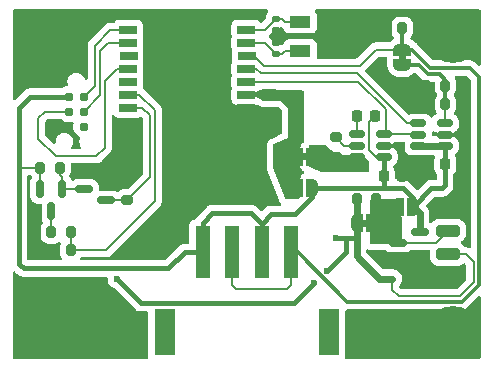
<source format=gtl>
G04 #@! TF.GenerationSoftware,KiCad,Pcbnew,8.0.6*
G04 #@! TF.CreationDate,2024-11-12T21:30:20-08:00*
G04 #@! TF.ProjectId,sensor_board,73656e73-6f72-45f6-926f-6172642e6b69,rev?*
G04 #@! TF.SameCoordinates,Original*
G04 #@! TF.FileFunction,Copper,L1,Top*
G04 #@! TF.FilePolarity,Positive*
%FSLAX46Y46*%
G04 Gerber Fmt 4.6, Leading zero omitted, Abs format (unit mm)*
G04 Created by KiCad (PCBNEW 8.0.6) date 2024-11-12 21:30:20*
%MOMM*%
%LPD*%
G01*
G04 APERTURE LIST*
G04 Aperture macros list*
%AMRoundRect*
0 Rectangle with rounded corners*
0 $1 Rounding radius*
0 $2 $3 $4 $5 $6 $7 $8 $9 X,Y pos of 4 corners*
0 Add a 4 corners polygon primitive as box body*
4,1,4,$2,$3,$4,$5,$6,$7,$8,$9,$2,$3,0*
0 Add four circle primitives for the rounded corners*
1,1,$1+$1,$2,$3*
1,1,$1+$1,$4,$5*
1,1,$1+$1,$6,$7*
1,1,$1+$1,$8,$9*
0 Add four rect primitives between the rounded corners*
20,1,$1+$1,$2,$3,$4,$5,0*
20,1,$1+$1,$4,$5,$6,$7,0*
20,1,$1+$1,$6,$7,$8,$9,0*
20,1,$1+$1,$8,$9,$2,$3,0*%
%AMFreePoly0*
4,1,19,0.500000,-0.750000,0.000000,-0.750000,0.000000,-0.744911,-0.071157,-0.744911,-0.207708,-0.704816,-0.327430,-0.627875,-0.420627,-0.520320,-0.479746,-0.390866,-0.500000,-0.250000,-0.500000,0.250000,-0.479746,0.390866,-0.420627,0.520320,-0.327430,0.627875,-0.207708,0.704816,-0.071157,0.744911,0.000000,0.744911,0.000000,0.750000,0.500000,0.750000,0.500000,-0.750000,0.500000,-0.750000,
$1*%
%AMFreePoly1*
4,1,19,0.000000,0.744911,0.071157,0.744911,0.207708,0.704816,0.327430,0.627875,0.420627,0.520320,0.479746,0.390866,0.500000,0.250000,0.500000,-0.250000,0.479746,-0.390866,0.420627,-0.520320,0.327430,-0.627875,0.207708,-0.704816,0.071157,-0.744911,0.000000,-0.744911,0.000000,-0.750000,-0.500000,-0.750000,-0.500000,0.750000,0.000000,0.750000,0.000000,0.744911,0.000000,0.744911,
$1*%
G04 Aperture macros list end*
G04 #@! TA.AperFunction,EtchedComponent*
%ADD10C,0.000000*%
G04 #@! TD*
G04 #@! TA.AperFunction,SMDPad,CuDef*
%ADD11RoundRect,0.150000X0.512500X0.150000X-0.512500X0.150000X-0.512500X-0.150000X0.512500X-0.150000X0*%
G04 #@! TD*
G04 #@! TA.AperFunction,SMDPad,CuDef*
%ADD12RoundRect,0.250000X0.750000X-0.250000X0.750000X0.250000X-0.750000X0.250000X-0.750000X-0.250000X0*%
G04 #@! TD*
G04 #@! TA.AperFunction,SMDPad,CuDef*
%ADD13RoundRect,0.200000X0.200000X0.275000X-0.200000X0.275000X-0.200000X-0.275000X0.200000X-0.275000X0*%
G04 #@! TD*
G04 #@! TA.AperFunction,SMDPad,CuDef*
%ADD14RoundRect,0.140000X-0.170000X0.140000X-0.170000X-0.140000X0.170000X-0.140000X0.170000X0.140000X0*%
G04 #@! TD*
G04 #@! TA.AperFunction,SMDPad,CuDef*
%ADD15RoundRect,0.200000X-0.275000X0.200000X-0.275000X-0.200000X0.275000X-0.200000X0.275000X0.200000X0*%
G04 #@! TD*
G04 #@! TA.AperFunction,SMDPad,CuDef*
%ADD16RoundRect,0.225000X-0.225000X-0.250000X0.225000X-0.250000X0.225000X0.250000X-0.225000X0.250000X0*%
G04 #@! TD*
G04 #@! TA.AperFunction,SMDPad,CuDef*
%ADD17RoundRect,0.250000X-0.475000X0.250000X-0.475000X-0.250000X0.475000X-0.250000X0.475000X0.250000X0*%
G04 #@! TD*
G04 #@! TA.AperFunction,SMDPad,CuDef*
%ADD18RoundRect,0.225000X0.225000X0.250000X-0.225000X0.250000X-0.225000X-0.250000X0.225000X-0.250000X0*%
G04 #@! TD*
G04 #@! TA.AperFunction,SMDPad,CuDef*
%ADD19RoundRect,0.200000X0.275000X-0.200000X0.275000X0.200000X-0.275000X0.200000X-0.275000X-0.200000X0*%
G04 #@! TD*
G04 #@! TA.AperFunction,SMDPad,CuDef*
%ADD20C,0.787000*%
G04 #@! TD*
G04 #@! TA.AperFunction,SMDPad,CuDef*
%ADD21RoundRect,0.150000X0.587500X0.150000X-0.587500X0.150000X-0.587500X-0.150000X0.587500X-0.150000X0*%
G04 #@! TD*
G04 #@! TA.AperFunction,SMDPad,CuDef*
%ADD22FreePoly0,90.000000*%
G04 #@! TD*
G04 #@! TA.AperFunction,SMDPad,CuDef*
%ADD23FreePoly1,90.000000*%
G04 #@! TD*
G04 #@! TA.AperFunction,SMDPad,CuDef*
%ADD24RoundRect,0.140000X0.170000X-0.140000X0.170000X0.140000X-0.170000X0.140000X-0.170000X-0.140000X0*%
G04 #@! TD*
G04 #@! TA.AperFunction,SMDPad,CuDef*
%ADD25RoundRect,0.200000X-0.200000X-0.275000X0.200000X-0.275000X0.200000X0.275000X-0.200000X0.275000X0*%
G04 #@! TD*
G04 #@! TA.AperFunction,SMDPad,CuDef*
%ADD26R,1.295400X4.495800*%
G04 #@! TD*
G04 #@! TA.AperFunction,SMDPad,CuDef*
%ADD27R,1.803400X3.911600*%
G04 #@! TD*
G04 #@! TA.AperFunction,SMDPad,CuDef*
%ADD28FreePoly0,180.000000*%
G04 #@! TD*
G04 #@! TA.AperFunction,SMDPad,CuDef*
%ADD29FreePoly1,180.000000*%
G04 #@! TD*
G04 #@! TA.AperFunction,SMDPad,CuDef*
%ADD30RoundRect,0.112500X0.187500X0.112500X-0.187500X0.112500X-0.187500X-0.112500X0.187500X-0.112500X0*%
G04 #@! TD*
G04 #@! TA.AperFunction,SMDPad,CuDef*
%ADD31R,1.800000X1.000000*%
G04 #@! TD*
G04 #@! TA.AperFunction,SMDPad,CuDef*
%ADD32R,1.500000X0.700000*%
G04 #@! TD*
G04 #@! TA.AperFunction,ComponentPad*
%ADD33C,4.400000*%
G04 #@! TD*
G04 #@! TA.AperFunction,SMDPad,CuDef*
%ADD34FreePoly0,0.000000*%
G04 #@! TD*
G04 #@! TA.AperFunction,SMDPad,CuDef*
%ADD35FreePoly1,0.000000*%
G04 #@! TD*
G04 #@! TA.AperFunction,SMDPad,CuDef*
%ADD36RoundRect,0.150000X-0.150000X0.587500X-0.150000X-0.587500X0.150000X-0.587500X0.150000X0.587500X0*%
G04 #@! TD*
G04 #@! TA.AperFunction,ViaPad*
%ADD37C,0.600000*%
G04 #@! TD*
G04 #@! TA.AperFunction,Conductor*
%ADD38C,0.400000*%
G04 #@! TD*
G04 #@! TA.AperFunction,Conductor*
%ADD39C,0.600000*%
G04 #@! TD*
G04 #@! TA.AperFunction,Conductor*
%ADD40C,0.200000*%
G04 #@! TD*
G04 #@! TA.AperFunction,Conductor*
%ADD41C,0.300000*%
G04 #@! TD*
G04 APERTURE END LIST*
D10*
G04 #@! TA.AperFunction,EtchedComponent*
G04 #@! TO.C,JP2*
G36*
X33751800Y-4796600D02*
G01*
X33151800Y-4796600D01*
X33151800Y-4296600D01*
X33751800Y-4296600D01*
X33751800Y-4796600D01*
G37*
G04 #@! TD.AperFunction*
G04 #@! TA.AperFunction,EtchedComponent*
G04 #@! TO.C,JP1*
G36*
X30492600Y-18914800D02*
G01*
X29992600Y-18914800D01*
X29992600Y-18314800D01*
X30492600Y-18314800D01*
X30492600Y-18914800D01*
G37*
G04 #@! TD.AperFunction*
G04 #@! TA.AperFunction,EtchedComponent*
G04 #@! TO.C,JP3*
G36*
X25443800Y-13284200D02*
G01*
X24943800Y-13284200D01*
X24943800Y-12684200D01*
X25443800Y-12684200D01*
X25443800Y-13284200D01*
G37*
G04 #@! TD.AperFunction*
G04 #@! TD*
D11*
G04 #@! TO.P,U2,1,VIN*
G04 #@! TO.N,+BATT*
X31896900Y-12989600D03*
G04 #@! TO.P,U2,2,GND*
G04 #@! TO.N,GND*
X31896900Y-12039600D03*
G04 #@! TO.P,U2,3,ON*
G04 #@! TO.N,/NDRV*
X31896900Y-11089600D03*
G04 #@! TO.P,U2,4,CT*
G04 #@! TO.N,Net-(U2-CT)*
X29621900Y-11089600D03*
G04 #@! TO.P,U2,5,QOD*
G04 #@! TO.N,Net-(U2-QOD)*
X29621900Y-12039600D03*
G04 #@! TO.P,U2,6,VOUT*
G04 #@! TO.N,PWR_GATED*
X29621900Y-12989600D03*
G04 #@! TD*
D12*
G04 #@! TO.P,J2,1,Pin_1*
G04 #@! TO.N,GND*
X37329200Y-23240400D03*
G04 #@! TO.P,J2,2,Pin_2*
G04 #@! TO.N,Net-(D1-A2)*
X37329200Y-21240400D03*
G04 #@! TO.P,J2,3,Pin_3*
G04 #@! TO.N,Net-(J2-Pin_3)*
X37329200Y-19240400D03*
G04 #@! TO.P,J2,4,Pin_4*
G04 #@! TO.N,GND*
X37329200Y-17240400D03*
G04 #@! TD*
D11*
G04 #@! TO.P,U1,1,VDD*
G04 #@! TO.N,+BATT*
X37103900Y-12049800D03*
G04 #@! TO.P,U1,2,GND*
G04 #@! TO.N,GND*
X37103900Y-11099800D03*
G04 #@! TO.P,U1,3,DELAY/M_DRV*
G04 #@! TO.N,Net-(JP2-A)*
X37103900Y-10149800D03*
G04 #@! TO.P,U1,4,DONE*
G04 #@! TO.N,/DONE_SIGNAL*
X34828900Y-10149800D03*
G04 #@! TO.P,U1,5,~{DRV}*
G04 #@! TO.N,/NDRV*
X34828900Y-11099800D03*
G04 #@! TO.P,U1,6,EN/ONE_SHOT*
G04 #@! TO.N,+BATT*
X34828900Y-12049800D03*
G04 #@! TD*
D13*
G04 #@! TO.P,R4,1*
G04 #@! TO.N,/FLOW_SENSE*
X33464000Y-2082800D03*
G04 #@! TO.P,R4,2*
G04 #@! TO.N,GND*
X31814000Y-2082800D03*
G04 #@! TD*
D14*
G04 #@! TO.P,C9,1*
G04 #@! TO.N,GND*
X22750000Y-3310000D03*
G04 #@! TO.P,C9,2*
G04 #@! TO.N,/Xa*
X22750000Y-4270000D03*
G04 #@! TD*
D15*
G04 #@! TO.P,R3,1*
G04 #@! TO.N,Net-(U2-QOD)*
X27863800Y-11341600D03*
G04 #@! TO.P,R3,2*
G04 #@! TO.N,PWR_GATED*
X27863800Y-12991600D03*
G04 #@! TD*
D16*
G04 #@! TO.P,C3,1*
G04 #@! TO.N,+BATT*
X31889400Y-14579600D03*
G04 #@! TO.P,C3,2*
G04 #@! TO.N,GND*
X33439400Y-14579600D03*
G04 #@! TD*
D17*
G04 #@! TO.P,C11,1*
G04 #@! TO.N,/VDD*
X22174200Y-7736800D03*
G04 #@! TO.P,C11,2*
G04 #@! TO.N,GND*
X22174200Y-9636800D03*
G04 #@! TD*
D18*
G04 #@! TO.P,C1,1*
G04 #@! TO.N,+BATT*
X31153400Y-9525000D03*
G04 #@! TO.P,C1,2*
G04 #@! TO.N,Net-(U2-CT)*
X29603400Y-9525000D03*
G04 #@! TD*
D19*
G04 #@! TO.P,R7,1*
G04 #@! TO.N,/SENSE_CTRL*
X10185400Y-16635100D03*
G04 #@! TO.P,R7,2*
G04 #@! TO.N,GND*
X10185400Y-14985100D03*
G04 #@! TD*
D20*
G04 #@! TO.P,U3,1,VCC*
G04 #@! TO.N,+BATT*
X5230000Y-7880000D03*
G04 #@! TO.P,U3,2,SWDIO/TMS*
G04 #@! TO.N,Net-(U3-SWDIO{slash}TMS)*
X6500000Y-7880000D03*
G04 #@! TO.P,U3,3,NRST*
G04 #@! TO.N,Net-(U3-NRST)*
X5230000Y-9150000D03*
G04 #@! TO.P,U3,4,SWCLK/TCK*
G04 #@! TO.N,Net-(U3-SWCLK{slash}TCK)*
X6500000Y-9150000D03*
G04 #@! TO.P,U3,5,GND*
G04 #@! TO.N,GND*
X5230000Y-10420000D03*
G04 #@! TO.P,U3,6,SWO/TDO*
G04 #@! TO.N,unconnected-(U3-SWO{slash}TDO-Pad6)*
X6500000Y-10420000D03*
G04 #@! TD*
D21*
G04 #@! TO.P,Q4,1,G*
G04 #@! TO.N,/SENSE_CTRL*
X8405100Y-16647200D03*
G04 #@! TO.P,Q4,2,S*
G04 #@! TO.N,GND*
X8405100Y-14747200D03*
G04 #@! TO.P,Q4,3,D*
G04 #@! TO.N,Net-(Q3-G)*
X6530100Y-15697200D03*
G04 #@! TD*
D22*
G04 #@! TO.P,JP2,1,A*
G04 #@! TO.N,Net-(JP2-A)*
X33451800Y-5196600D03*
D23*
G04 #@! TO.P,JP2,2,B*
G04 #@! TO.N,/FLOW_SENSE*
X33451800Y-3896600D03*
G04 #@! TD*
D24*
G04 #@! TO.P,C10,1*
G04 #@! TO.N,GND*
X22750000Y-2238000D03*
G04 #@! TO.P,C10,2*
G04 #@! TO.N,/Xb*
X22750000Y-1278000D03*
G04 #@! TD*
D18*
G04 #@! TO.P,C2,1*
G04 #@! TO.N,+BATT*
X37097000Y-13614400D03*
G04 #@! TO.P,C2,2*
G04 #@! TO.N,GND*
X35547000Y-13614400D03*
G04 #@! TD*
D25*
G04 #@! TO.P,R1,1*
G04 #@! TO.N,Net-(D1-A2)*
X29619500Y-16556100D03*
G04 #@! TO.P,R1,2*
G04 #@! TO.N,Net-(J2-Pin_3)*
X31269500Y-16556100D03*
G04 #@! TD*
G04 #@! TO.P,R6,1*
G04 #@! TO.N,+BATT*
X2832600Y-13893800D03*
G04 #@! TO.P,R6,2*
G04 #@! TO.N,Net-(Q3-G)*
X4482600Y-13893800D03*
G04 #@! TD*
D26*
G04 #@! TO.P,J4,1,Pin_1*
G04 #@! TO.N,+BATT*
X16550000Y-21057499D03*
G04 #@! TO.P,J4,2,Pin_2*
G04 #@! TO.N,/FLOW_SENSE*
X19050000Y-21057499D03*
G04 #@! TO.P,J4,3,Pin_3*
G04 #@! TO.N,+BATT*
X21550000Y-21057499D03*
G04 #@! TO.P,J4,4,Pin_4*
G04 #@! TO.N,/FLOW_SENSE*
X24050000Y-21057499D03*
D27*
G04 #@! TO.P,J4,5*
G04 #@! TO.N,N/C*
X27249999Y-27847499D03*
G04 #@! TO.P,J4,6*
X13350001Y-27847499D03*
G04 #@! TD*
D28*
G04 #@! TO.P,JP1,1,A*
G04 #@! TO.N,Net-(J2-Pin_3)*
X30892600Y-18614800D03*
D29*
G04 #@! TO.P,JP1,2,B*
G04 #@! TO.N,Net-(D1-A2)*
X29592600Y-18614800D03*
G04 #@! TD*
D30*
G04 #@! TO.P,D1,1,A1*
G04 #@! TO.N,GND*
X34719600Y-23292400D03*
G04 #@! TO.P,D1,2,A2*
G04 #@! TO.N,Net-(D1-A2)*
X32619600Y-23292400D03*
G04 #@! TD*
D28*
G04 #@! TO.P,JP5,1,A*
G04 #@! TO.N,+BATT*
X25846800Y-15595600D03*
D29*
G04 #@! TO.P,JP5,2,B*
G04 #@! TO.N,/VDD*
X24546800Y-15595600D03*
G04 #@! TD*
D25*
G04 #@! TO.P,R12,1*
G04 #@! TO.N,/BATT_SENSE*
X3758300Y-19354800D03*
G04 #@! TO.P,R12,2*
G04 #@! TO.N,/BATT_DIV*
X5408300Y-19354800D03*
G04 #@! TD*
D31*
G04 #@! TO.P,Y1,1,1*
G04 #@! TO.N,/Xb*
X24814000Y-1524000D03*
G04 #@! TO.P,Y1,2,2*
G04 #@! TO.N,/Xa*
X24814000Y-4024000D03*
G04 #@! TD*
D13*
G04 #@! TO.P,R9,1*
G04 #@! TO.N,Net-(JP2-A)*
X37121600Y-8534400D03*
G04 #@! TO.P,R9,2*
G04 #@! TO.N,GND*
X35471600Y-8534400D03*
G04 #@! TD*
D32*
G04 #@! TO.P,U4,1,SWDIO*
G04 #@! TO.N,Net-(U3-SWDIO{slash}TMS)*
X10250000Y-2220000D03*
G04 #@! TO.P,U4,2,SWCLK*
G04 #@! TO.N,Net-(U3-SWCLK{slash}TCK)*
X10250000Y-3320000D03*
G04 #@! TO.P,U4,3,P0.20*
G04 #@! TO.N,unconnected-(U4-P0.20-Pad3)*
X10300000Y-4420000D03*
G04 #@! TO.P,U4,4,P0.21_/_RESET*
G04 #@! TO.N,Net-(U3-NRST)*
X10250000Y-5520000D03*
G04 #@! TO.P,U4,5,P0.18*
G04 #@! TO.N,unconnected-(U4-P0.18-Pad5)*
X10250000Y-6620000D03*
G04 #@! TO.P,U4,6,P0.16*
G04 #@! TO.N,/BATT_DIV*
X10250000Y-7720000D03*
G04 #@! TO.P,U4,7,P0.12*
G04 #@! TO.N,/SENSE_CTRL*
X10250000Y-8820000D03*
G04 #@! TO.P,U4,8,GND*
G04 #@! TO.N,GND*
X20250000Y-8820000D03*
G04 #@! TO.P,U4,9,VDD*
G04 #@! TO.N,/VDD*
X20250000Y-7720000D03*
G04 #@! TO.P,U4,10,P0.05*
G04 #@! TO.N,/NDRV*
X20250000Y-6620000D03*
G04 #@! TO.P,U4,11,P0.14*
G04 #@! TO.N,/DONE_SIGNAL*
X20250000Y-5520000D03*
G04 #@! TO.P,U4,12,P0.04*
G04 #@! TO.N,/FLOW_SENSE*
X20300000Y-4420000D03*
G04 #@! TO.P,U4,13,P0.00*
G04 #@! TO.N,/Xa*
X20250000Y-3320000D03*
G04 #@! TO.P,U4,14,P0.01*
G04 #@! TO.N,/Xb*
X20250000Y-2220000D03*
G04 #@! TD*
D33*
G04 #@! TO.P,H4,1,1*
G04 #@! TO.N,GND*
X37800000Y-27800000D03*
G04 #@! TD*
G04 #@! TO.P,H3,1,1*
G04 #@! TO.N,GND*
X2800000Y-27800000D03*
G04 #@! TD*
D34*
G04 #@! TO.P,JP4,1,A*
G04 #@! TO.N,Net-(J2-Pin_3)*
X33072400Y-17203700D03*
D35*
G04 #@! TO.P,JP4,2,B*
G04 #@! TO.N,+BATT*
X34372400Y-17203700D03*
G04 #@! TD*
D28*
G04 #@! TO.P,JP3,1,A*
G04 #@! TO.N,PWR_GATED*
X25843800Y-12984200D03*
D29*
G04 #@! TO.P,JP3,2,B*
G04 #@! TO.N,/VDD*
X24543800Y-12984200D03*
G04 #@! TD*
D33*
G04 #@! TO.P,H2,1,1*
G04 #@! TO.N,GND*
X37800000Y-2800000D03*
G04 #@! TD*
D36*
G04 #@! TO.P,Q3,1,G*
G04 #@! TO.N,Net-(Q3-G)*
X4683800Y-15699500D03*
G04 #@! TO.P,Q3,2,S*
G04 #@! TO.N,+BATT*
X2783800Y-15699500D03*
G04 #@! TO.P,Q3,3,D*
G04 #@! TO.N,/BATT_SENSE*
X3733800Y-17574500D03*
G04 #@! TD*
D21*
G04 #@! TO.P,Q2,1,G*
G04 #@! TO.N,GND*
X34939300Y-21215800D03*
G04 #@! TO.P,Q2,2,S*
G04 #@! TO.N,+BATT*
X34939300Y-19315800D03*
G04 #@! TO.P,Q2,3,D*
G04 #@! TO.N,Net-(J2-Pin_3)*
X33064300Y-20265800D03*
G04 #@! TD*
D33*
G04 #@! TO.P,H1,1,1*
G04 #@! TO.N,GND*
X2800000Y-2800000D03*
G04 #@! TD*
D13*
G04 #@! TO.P,R2,1*
G04 #@! TO.N,Net-(JP2-A)*
X37121600Y-6959600D03*
G04 #@! TO.P,R2,2*
G04 #@! TO.N,GND*
X35471600Y-6959600D03*
G04 #@! TD*
G04 #@! TO.P,R13,1*
G04 #@! TO.N,/BATT_DIV*
X5408300Y-20878800D03*
G04 #@! TO.P,R13,2*
G04 #@! TO.N,GND*
X3758300Y-20878800D03*
G04 #@! TD*
D37*
G04 #@! TO.N,GND*
X34950400Y-1371600D03*
X12877800Y-7010400D03*
X21666200Y-16281400D03*
X4241800Y-10464800D03*
X2209800Y-24180800D03*
X38709600Y-11379200D03*
X2311400Y-6273800D03*
X27635200Y-1473200D03*
X12928600Y-3327400D03*
X29108400Y-26517600D03*
X21869400Y-10795000D03*
X34467800Y-7010400D03*
X35839400Y-23291800D03*
X34848800Y-26543000D03*
X13233400Y-17932400D03*
X38709600Y-10617200D03*
X23500000Y-2750000D03*
X33147000Y-12039600D03*
X34518600Y-13208000D03*
X17348200Y-3327400D03*
X35814000Y-22479000D03*
X6197600Y-1778000D03*
X19456400Y-10617200D03*
X27584400Y-3937000D03*
X34518600Y-13893800D03*
X2540000Y-20828000D03*
X33502600Y-13512800D03*
X13766800Y-10668000D03*
X34442400Y-8534400D03*
X17297400Y-7086600D03*
X8509000Y-13639800D03*
X34518600Y-14579600D03*
X22555200Y-10795000D03*
X6731000Y-28194000D03*
G04 #@! TO.N,Net-(D1-A2)*
X27116920Y-22641680D03*
X26009600Y-23672800D03*
X27838400Y-19888200D03*
X9315000Y-23317200D03*
G04 #@! TD*
D38*
G04 #@! TO.N,+BATT*
X36830000Y-15646400D02*
X37097000Y-15379400D01*
D39*
X31165800Y-9512600D02*
X31153400Y-9525000D01*
D38*
X37097000Y-12056700D02*
X37103900Y-12049800D01*
X1422400Y-22428200D02*
X1016000Y-22021800D01*
X13665200Y-22428200D02*
X1422400Y-22428200D01*
D40*
X2783800Y-15699500D02*
X2783800Y-13942600D01*
D38*
X1016000Y-13919200D02*
X1016000Y-8839200D01*
D40*
X2832600Y-13893800D02*
X1041400Y-13893800D01*
D38*
X31902400Y-15595600D02*
X33519300Y-15595600D01*
X1016000Y-22021800D02*
X1016000Y-13919200D01*
X35929700Y-15646400D02*
X36830000Y-15646400D01*
X34372400Y-17203700D02*
X35929700Y-15646400D01*
X31889400Y-15582600D02*
X31902400Y-15595600D01*
D40*
X31234401Y-12989600D02*
X30683200Y-12438399D01*
D38*
X15035901Y-21057499D02*
X13665200Y-22428200D01*
D40*
X1041400Y-13893800D02*
X1016000Y-13919200D01*
X30683200Y-9995200D02*
X31153400Y-9525000D01*
D38*
X31889400Y-14579600D02*
X31889400Y-15582600D01*
D39*
X34939300Y-18272800D02*
X34939300Y-19315800D01*
X34372400Y-17203700D02*
X34941600Y-17772900D01*
D38*
X31889400Y-12997100D02*
X31896900Y-12989600D01*
D40*
X31896900Y-12989600D02*
X31234401Y-12989600D01*
X31153400Y-9525000D02*
X31153400Y-9918400D01*
D38*
X31889400Y-14579600D02*
X31889400Y-12997100D01*
X16550000Y-21057499D02*
X15035901Y-21057499D01*
X21550000Y-18629000D02*
X21550000Y-21057499D01*
D40*
X30683200Y-12438399D02*
X30683200Y-9995200D01*
D38*
X25846800Y-16350600D02*
X24392000Y-17805400D01*
X33519300Y-15595600D02*
X34372400Y-16448700D01*
X37097000Y-13614400D02*
X37097000Y-12056700D01*
D39*
X34941600Y-18270500D02*
X34939300Y-18272800D01*
D38*
X17373600Y-17754600D02*
X20675600Y-17754600D01*
X16550000Y-18578200D02*
X17373600Y-17754600D01*
X1016000Y-8839200D02*
X1975200Y-7880000D01*
X20675600Y-17754600D02*
X21550000Y-18629000D01*
X1975200Y-7880000D02*
X5230000Y-7880000D01*
D39*
X34941600Y-17772900D02*
X34941600Y-18270500D01*
D40*
X2783800Y-13942600D02*
X2832600Y-13893800D01*
D38*
X37097000Y-15379400D02*
X37097000Y-13614400D01*
X16550000Y-21057499D02*
X16550000Y-18578200D01*
X24392000Y-17805400D02*
X22373600Y-17805400D01*
X34372400Y-16448700D02*
X34372400Y-17203700D01*
X22373600Y-17805400D02*
X21550000Y-18629000D01*
D39*
X37103900Y-12049800D02*
X34828900Y-12049800D01*
D38*
X25846800Y-15595600D02*
X31902400Y-15595600D01*
X25846800Y-15595600D02*
X25846800Y-16350600D01*
D40*
G04 #@! TO.N,Net-(U2-CT)*
X29603400Y-11071100D02*
X29621900Y-11089600D01*
X29603400Y-9525000D02*
X29603400Y-11071100D01*
G04 #@! TO.N,GND*
X22750000Y-2774000D02*
X22750000Y-3310000D01*
X22750000Y-2238000D02*
X22750000Y-2774000D01*
X31896900Y-12039600D02*
X33147000Y-12039600D01*
X22750000Y-2774000D02*
X23798000Y-2774000D01*
G04 #@! TO.N,/Xa*
X20250000Y-3320000D02*
X21800000Y-3320000D01*
X21800000Y-3320000D02*
X22750000Y-4270000D01*
X23318000Y-4270000D02*
X23564000Y-4024000D01*
X22750000Y-4270000D02*
X23318000Y-4270000D01*
X23564000Y-4024000D02*
X24814000Y-4024000D01*
G04 #@! TO.N,/Xb*
X23318000Y-1278000D02*
X23564000Y-1524000D01*
X23564000Y-1524000D02*
X24814000Y-1524000D01*
X21808000Y-2220000D02*
X22750000Y-1278000D01*
X20250000Y-2220000D02*
X21808000Y-2220000D01*
X22750000Y-1278000D02*
X23318000Y-1278000D01*
G04 #@! TO.N,Net-(D1-A2)*
X33156600Y-24800000D02*
X38317604Y-24800000D01*
D39*
X29592600Y-18614800D02*
X29592600Y-19913600D01*
D38*
X24307799Y-25374601D02*
X26009600Y-23672800D01*
X27838400Y-19888200D02*
X28727400Y-19888200D01*
D40*
X32619600Y-23292400D02*
X32619600Y-24263000D01*
X39500000Y-21894800D02*
X38845600Y-21240400D01*
D38*
X11372401Y-25374601D02*
X24307799Y-25374601D01*
D39*
X31514200Y-23292400D02*
X32619600Y-23292400D01*
D38*
X27116920Y-22641680D02*
X28727400Y-21031200D01*
D39*
X29592600Y-21370800D02*
X31514200Y-23292400D01*
D40*
X38317604Y-24800000D02*
X39500000Y-23617604D01*
X39500000Y-23617604D02*
X39500000Y-21894800D01*
X32619600Y-24263000D02*
X33156600Y-24800000D01*
D38*
X9315000Y-23317200D02*
X11372401Y-25374601D01*
D39*
X29592600Y-19913600D02*
X29592600Y-21370800D01*
D40*
X38845600Y-21240400D02*
X37329200Y-21240400D01*
D38*
X28727400Y-21031200D02*
X28727400Y-19888200D01*
D39*
X29592600Y-18614800D02*
X29592600Y-16583000D01*
X29592600Y-16583000D02*
X29619500Y-16556100D01*
D38*
X29567200Y-19888200D02*
X29592600Y-19913600D01*
X28727400Y-19888200D02*
X29567200Y-19888200D01*
D40*
G04 #@! TO.N,/FLOW_SENSE*
X29845000Y-5257800D02*
X31206200Y-3896600D01*
D41*
X35839400Y-5461000D02*
X34275000Y-3896600D01*
D40*
X24050000Y-23803600D02*
X24050000Y-21057499D01*
D41*
X28806000Y-25250000D02*
X38504000Y-25250000D01*
D40*
X19050000Y-23799800D02*
X19380200Y-24130000D01*
D41*
X39950000Y-23804000D02*
X39950000Y-6244200D01*
X24613499Y-21057499D02*
X28806000Y-25250000D01*
X33464000Y-3884400D02*
X33451800Y-3896600D01*
X24050000Y-21057499D02*
X24613499Y-21057499D01*
X33464000Y-2082800D02*
X33464000Y-3884400D01*
D40*
X20300000Y-4420000D02*
X20879200Y-4420000D01*
D41*
X38504000Y-25250000D02*
X39950000Y-23804000D01*
D40*
X19050000Y-21057499D02*
X19050000Y-23799800D01*
D41*
X39166800Y-5461000D02*
X35839400Y-5461000D01*
D40*
X21717000Y-5257800D02*
X29845000Y-5257800D01*
X23723600Y-24130000D02*
X24050000Y-23803600D01*
X19380200Y-24130000D02*
X23723600Y-24130000D01*
D41*
X39950000Y-6244200D02*
X39166800Y-5461000D01*
D40*
X31206200Y-3896600D02*
X33451800Y-3896600D01*
X20879200Y-4420000D02*
X21717000Y-5257800D01*
D41*
X34275000Y-3896600D02*
X33451800Y-3896600D01*
D39*
G04 #@! TO.N,Net-(J2-Pin_3)*
X33064300Y-17211800D02*
X33072400Y-17203700D01*
D40*
X30943400Y-19297800D02*
X30940600Y-19300600D01*
X36303800Y-20265800D02*
X37329200Y-19240400D01*
X33064300Y-20265800D02*
X36303800Y-20265800D01*
D41*
G04 #@! TO.N,Net-(JP2-A)*
X34867894Y-5196600D02*
X35632294Y-5961000D01*
X35632294Y-5961000D02*
X36618800Y-5961000D01*
X36618800Y-5961000D02*
X37121600Y-6463800D01*
X37121600Y-6463800D02*
X37121600Y-6959600D01*
D40*
X37121600Y-8534400D02*
X37121600Y-10132100D01*
D41*
X37121600Y-6959600D02*
X37121600Y-8534400D01*
X33451800Y-5196600D02*
X34867894Y-5196600D01*
D40*
X37103900Y-8552100D02*
X37121600Y-8534400D01*
G04 #@! TO.N,/BATT_SENSE*
X3758300Y-17599000D02*
X3733800Y-17574500D01*
X3758300Y-19354800D02*
X3758300Y-17599000D01*
G04 #@! TO.N,Net-(Q3-G)*
X4683800Y-14682300D02*
X4683800Y-15699500D01*
X4482600Y-13893800D02*
X4482600Y-14478900D01*
X4683800Y-15699500D02*
X6527800Y-15699500D01*
X4684900Y-14681200D02*
X4683800Y-14682300D01*
X6527800Y-15699500D02*
X6530100Y-15697200D01*
X4482600Y-14478900D02*
X4684900Y-14681200D01*
G04 #@! TO.N,/SENSE_CTRL*
X12115800Y-9474200D02*
X11461600Y-8820000D01*
X10185400Y-16635100D02*
X12115800Y-14704700D01*
X10173300Y-16647200D02*
X10185400Y-16635100D01*
X11461600Y-8820000D02*
X10250000Y-8820000D01*
X8405100Y-16647200D02*
X10173300Y-16647200D01*
X12115800Y-14704700D02*
X12115800Y-9474200D01*
G04 #@! TO.N,Net-(U2-QOD)*
X27863800Y-11341600D02*
X28561800Y-12039600D01*
X28561800Y-12039600D02*
X29621900Y-12039600D01*
G04 #@! TO.N,/BATT_DIV*
X11200000Y-7720000D02*
X10250000Y-7720000D01*
X12515800Y-9035800D02*
X11200000Y-7720000D01*
X12515800Y-16745000D02*
X12515800Y-9035800D01*
X5408300Y-19354800D02*
X5408300Y-20878800D01*
X8382000Y-20878800D02*
X12515800Y-16745000D01*
X5408300Y-20878800D02*
X8382000Y-20878800D01*
G04 #@! TO.N,/DONE_SIGNAL*
X29616400Y-5918200D02*
X33848000Y-10149800D01*
X33848000Y-10149800D02*
X34828900Y-10149800D01*
X20250000Y-5520000D02*
X21064800Y-5520000D01*
X21064800Y-5520000D02*
X21463000Y-5918200D01*
X21463000Y-5918200D02*
X29616400Y-5918200D01*
G04 #@! TO.N,/NDRV*
X31896900Y-11089600D02*
X32080200Y-10906300D01*
X33401000Y-11089600D02*
X34818700Y-11089600D01*
X31896900Y-11089600D02*
X33401000Y-11089600D01*
X32080200Y-10906300D02*
X32080200Y-8966200D01*
X32080200Y-8966200D02*
X29734000Y-6620000D01*
X34818700Y-11089600D02*
X34828900Y-11099800D01*
X29734000Y-6620000D02*
X20250000Y-6620000D01*
G04 #@! TO.N,Net-(U3-NRST)*
X2641600Y-11455400D02*
X4114800Y-12928600D01*
X3194400Y-9150000D02*
X2641600Y-9702800D01*
X4114800Y-12928600D02*
X7569200Y-12928600D01*
X2641600Y-9702800D02*
X2641600Y-11455400D01*
X9288200Y-5520000D02*
X10250000Y-5520000D01*
X8274000Y-6534200D02*
X9288200Y-5520000D01*
X5230000Y-9150000D02*
X3194400Y-9150000D01*
X8274000Y-12223800D02*
X8274000Y-6534200D01*
X7569200Y-12928600D02*
X8274000Y-12223800D01*
G04 #@! TO.N,Net-(U3-SWDIO{slash}TMS)*
X6500000Y-7880000D02*
X7416800Y-6963200D01*
X7416800Y-6963200D02*
X7416800Y-3556000D01*
X8752800Y-2220000D02*
X10250000Y-2220000D01*
X7416800Y-3556000D02*
X8752800Y-2220000D01*
G04 #@! TO.N,Net-(U3-SWCLK{slash}TCK)*
X7874000Y-3987800D02*
X8541800Y-3320000D01*
X6500000Y-9150000D02*
X7874000Y-7776000D01*
X8541800Y-3320000D02*
X10250000Y-3320000D01*
X7874000Y-7776000D02*
X7874000Y-3987800D01*
G04 #@! TD*
G04 #@! TA.AperFunction,Conductor*
G04 #@! TO.N,/VDD*
G36*
X24997239Y-7365364D02*
G01*
X25064176Y-7385394D01*
X25109658Y-7438433D01*
X25120600Y-7489362D01*
X25120600Y-11715160D01*
X25100915Y-11782199D01*
X25063640Y-11819475D01*
X25012770Y-11852167D01*
X25012765Y-11852171D01*
X24918550Y-11960900D01*
X24918544Y-11960909D01*
X24858776Y-12091780D01*
X24858775Y-12091785D01*
X24838300Y-12234199D01*
X24838300Y-13734202D01*
X24843444Y-13806140D01*
X24883982Y-13944194D01*
X24961767Y-14065230D01*
X24961771Y-14065234D01*
X25077208Y-14165262D01*
X25074846Y-14167986D01*
X25109371Y-14207793D01*
X25120600Y-14259356D01*
X25120600Y-14328488D01*
X25100915Y-14395527D01*
X25063640Y-14432803D01*
X25015770Y-14463567D01*
X25015765Y-14463571D01*
X24921550Y-14572300D01*
X24921544Y-14572309D01*
X24861776Y-14703180D01*
X24861775Y-14703185D01*
X24841300Y-14845599D01*
X24841300Y-16314079D01*
X24821615Y-16381118D01*
X24804981Y-16401760D01*
X24649549Y-16557192D01*
X24588226Y-16590677D01*
X24557870Y-16593447D01*
X23627114Y-16563423D01*
X23560744Y-16541587D01*
X23516715Y-16487335D01*
X23515831Y-16485164D01*
X22487719Y-13890405D01*
X22479000Y-13844728D01*
X22479000Y-12042739D01*
X22498685Y-11975700D01*
X22551037Y-11930152D01*
X22790838Y-11819475D01*
X23799800Y-11353800D01*
X23799800Y-8915400D01*
X23215600Y-8255000D01*
X21844052Y-8255000D01*
X21795206Y-8244974D01*
X21107400Y-7950200D01*
X20337340Y-7950200D01*
X20270301Y-7930515D01*
X20224546Y-7877711D01*
X20213448Y-7831369D01*
X20203794Y-7599656D01*
X20220670Y-7531860D01*
X20271524Y-7483947D01*
X20327684Y-7470499D01*
X21047872Y-7470499D01*
X21107483Y-7464091D01*
X21176276Y-7438433D01*
X21242329Y-7413797D01*
X21242329Y-7413796D01*
X21242331Y-7413796D01*
X21298942Y-7371416D01*
X21364403Y-7347000D01*
X21373862Y-7346686D01*
X24997239Y-7365364D01*
G37*
G04 #@! TD.AperFunction*
G04 #@! TD*
G04 #@! TA.AperFunction,Conductor*
G04 #@! TO.N,Net-(J2-Pin_3)*
G36*
X33309939Y-16577085D02*
G01*
X33355694Y-16629889D01*
X33366900Y-16681400D01*
X33366900Y-17953702D01*
X33372044Y-18025640D01*
X33403379Y-18132356D01*
X33412581Y-18163692D01*
X33448716Y-18219919D01*
X33468400Y-18286954D01*
X33468400Y-20243400D01*
X33448715Y-20310439D01*
X33395911Y-20356194D01*
X33344400Y-20367400D01*
X30849200Y-20367400D01*
X30782161Y-20347715D01*
X30736406Y-20294911D01*
X30725200Y-20243400D01*
X30725200Y-16681400D01*
X30744885Y-16614361D01*
X30797689Y-16568606D01*
X30849200Y-16557400D01*
X33242900Y-16557400D01*
X33309939Y-16577085D01*
G37*
G04 #@! TD.AperFunction*
G04 #@! TD*
G04 #@! TA.AperFunction,Conductor*
G04 #@! TO.N,PWR_GATED*
G36*
X26838437Y-11989756D02*
G01*
X26905156Y-12010496D01*
X26911628Y-12015107D01*
X27929198Y-12790399D01*
X27929200Y-12790400D01*
X28828105Y-12790400D01*
X28862700Y-12795324D01*
X29006826Y-12837197D01*
X29006829Y-12837197D01*
X29006831Y-12837198D01*
X29043706Y-12840100D01*
X29043714Y-12840100D01*
X30161103Y-12840100D01*
X30228142Y-12859785D01*
X30257074Y-12885579D01*
X30601171Y-13306142D01*
X30628388Y-13370492D01*
X30629200Y-13384663D01*
X30629200Y-14160040D01*
X30609515Y-14227079D01*
X30556711Y-14272834D01*
X30503650Y-14284030D01*
X26651326Y-14235876D01*
X26608535Y-14227687D01*
X25628959Y-13852600D01*
X25573391Y-13810244D01*
X25549544Y-13744570D01*
X25549300Y-13736799D01*
X25549300Y-12234200D01*
X25544155Y-12162260D01*
X25534686Y-12130011D01*
X25534686Y-12060142D01*
X25572459Y-12001364D01*
X25636015Y-11972338D01*
X25655612Y-11971091D01*
X26838437Y-11989756D01*
G37*
G04 #@! TD.AperFunction*
G04 #@! TD*
G04 #@! TA.AperFunction,Conductor*
G04 #@! TO.N,GND*
G36*
X35831526Y-21568076D02*
G01*
X35839200Y-21643196D01*
X35839201Y-21643199D01*
X35864956Y-21720920D01*
X35894386Y-21809734D01*
X35986488Y-21959056D01*
X36110544Y-22083112D01*
X36259866Y-22175214D01*
X36426403Y-22230399D01*
X36474445Y-22235307D01*
X37081000Y-22864800D01*
X37081000Y-24134800D01*
X33829800Y-24134800D01*
X33829800Y-21041483D01*
X33912198Y-21017544D01*
X34053665Y-20933881D01*
X34084926Y-20902620D01*
X34146248Y-20869134D01*
X34172608Y-20866300D01*
X35155321Y-20866300D01*
X35831526Y-21568076D01*
G37*
G04 #@! TD.AperFunction*
G04 #@! TD*
G04 #@! TA.AperFunction,Conductor*
G04 #@! TO.N,GND*
G36*
X705703Y-22702605D02*
G01*
X712181Y-22708637D01*
X878286Y-22874742D01*
X938055Y-22934511D01*
X975859Y-22972315D01*
X1090582Y-23048971D01*
X1090586Y-23048973D01*
X1090589Y-23048975D01*
X1165266Y-23079907D01*
X1165267Y-23079907D01*
X1165269Y-23079909D01*
X1218066Y-23101778D01*
X1218071Y-23101780D01*
X1218080Y-23101781D01*
X1218081Y-23101782D01*
X1244945Y-23107125D01*
X1244951Y-23107126D01*
X1244991Y-23107134D01*
X1335337Y-23125105D01*
X1353406Y-23128700D01*
X1353407Y-23128700D01*
X8391918Y-23128700D01*
X8458957Y-23148385D01*
X8504712Y-23201189D01*
X8515138Y-23266584D01*
X8509435Y-23317197D01*
X8509435Y-23317203D01*
X8529630Y-23496449D01*
X8529631Y-23496454D01*
X8589211Y-23666723D01*
X8676661Y-23805898D01*
X8685184Y-23819462D01*
X8812738Y-23947016D01*
X8879969Y-23989260D01*
X8947328Y-24031585D01*
X8965478Y-24042989D01*
X9068986Y-24079208D01*
X9115712Y-24108569D01*
X10828287Y-25821143D01*
X10882644Y-25875500D01*
X10925860Y-25918716D01*
X11040583Y-25995372D01*
X11040587Y-25995374D01*
X11040590Y-25995376D01*
X11115267Y-26026308D01*
X11115268Y-26026308D01*
X11115270Y-26026310D01*
X11168067Y-26048179D01*
X11168072Y-26048181D01*
X11168081Y-26048182D01*
X11168082Y-26048183D01*
X11194946Y-26053526D01*
X11194952Y-26053527D01*
X11194992Y-26053535D01*
X11285338Y-26071506D01*
X11303407Y-26075101D01*
X11303408Y-26075101D01*
X11823801Y-26075101D01*
X11890840Y-26094786D01*
X11936595Y-26147590D01*
X11947801Y-26199101D01*
X11947801Y-29851169D01*
X11947802Y-29851175D01*
X11954209Y-29910782D01*
X11962186Y-29932167D01*
X11967170Y-30001858D01*
X11933685Y-30063181D01*
X11872362Y-30096666D01*
X11846004Y-30099500D01*
X624500Y-30099500D01*
X557461Y-30079815D01*
X511706Y-30027011D01*
X500500Y-29975500D01*
X500500Y-22796318D01*
X520185Y-22729279D01*
X572989Y-22683524D01*
X642147Y-22673580D01*
X705703Y-22702605D01*
G37*
G04 #@! TD.AperFunction*
G04 #@! TA.AperFunction,Conductor*
G36*
X40018833Y-24757626D02*
G01*
X40074767Y-24799498D01*
X40099184Y-24864962D01*
X40099500Y-24873808D01*
X40099500Y-29975500D01*
X40079815Y-30042539D01*
X40027011Y-30088294D01*
X39975500Y-30099500D01*
X28753996Y-30099500D01*
X28686957Y-30079815D01*
X28641202Y-30027011D01*
X28631258Y-29957853D01*
X28637814Y-29932167D01*
X28645790Y-29910781D01*
X28652199Y-29851172D01*
X28652198Y-26024499D01*
X28671883Y-25957461D01*
X28724687Y-25911706D01*
X28776198Y-25900500D01*
X38568071Y-25900500D01*
X38652615Y-25883682D01*
X38693744Y-25875501D01*
X38812127Y-25826465D01*
X38918669Y-25755277D01*
X39887819Y-24786127D01*
X39949142Y-24752642D01*
X40018833Y-24757626D01*
G37*
G04 #@! TD.AperFunction*
G04 #@! TA.AperFunction,Conductor*
G36*
X30568612Y-20800253D02*
G01*
X30639741Y-20832738D01*
X30706780Y-20852423D01*
X30706784Y-20852424D01*
X30849200Y-20872900D01*
X31962591Y-20872900D01*
X32029630Y-20892585D01*
X32050272Y-20909219D01*
X32074929Y-20933876D01*
X32074933Y-20933879D01*
X32074935Y-20933881D01*
X32216402Y-21017544D01*
X32258024Y-21029636D01*
X32374226Y-21063397D01*
X32374229Y-21063397D01*
X32374231Y-21063398D01*
X32411106Y-21066300D01*
X32411114Y-21066300D01*
X33717486Y-21066300D01*
X33717494Y-21066300D01*
X33754369Y-21063398D01*
X33754371Y-21063397D01*
X33754373Y-21063397D01*
X33795991Y-21051305D01*
X33829800Y-21041482D01*
X33829800Y-24134800D01*
X37081000Y-24134800D01*
X37081000Y-22864800D01*
X36474444Y-22235307D01*
X36529191Y-22240900D01*
X38129208Y-22240899D01*
X38231997Y-22230399D01*
X38398534Y-22175214D01*
X38547856Y-22083112D01*
X38605788Y-22025179D01*
X38667107Y-21991697D01*
X38736799Y-21996681D01*
X38781147Y-22025182D01*
X38863181Y-22107216D01*
X38896666Y-22168539D01*
X38899500Y-22194897D01*
X38899500Y-23317507D01*
X38879815Y-23384546D01*
X38863181Y-23405188D01*
X38105188Y-24163181D01*
X38043865Y-24196666D01*
X38017507Y-24199500D01*
X33456698Y-24199500D01*
X33389659Y-24179815D01*
X33369017Y-24163181D01*
X33256419Y-24050583D01*
X33222934Y-23989260D01*
X33220100Y-23962902D01*
X33220100Y-23910175D01*
X33239785Y-23843136D01*
X33256420Y-23822493D01*
X33295310Y-23783603D01*
X33295315Y-23783598D01*
X33374155Y-23650287D01*
X33417365Y-23501556D01*
X33420100Y-23466805D01*
X33420100Y-23298723D01*
X33420100Y-23213558D01*
X33420100Y-23205963D01*
X33420099Y-23205945D01*
X33420099Y-23118006D01*
X33420098Y-23117984D01*
X33417365Y-23083247D01*
X33417365Y-23083244D01*
X33374155Y-22934513D01*
X33295315Y-22801202D01*
X33295313Y-22801200D01*
X33295310Y-22801196D01*
X33185803Y-22691689D01*
X33185794Y-22691682D01*
X33052486Y-22612844D01*
X33045329Y-22609747D01*
X33045562Y-22609206D01*
X33020562Y-22597560D01*
X32998785Y-22583010D01*
X32998784Y-22583009D01*
X32998779Y-22583006D01*
X32998775Y-22583004D01*
X32998771Y-22583002D01*
X32853101Y-22522664D01*
X32853089Y-22522661D01*
X32698445Y-22491900D01*
X32698442Y-22491900D01*
X31897140Y-22491900D01*
X31830101Y-22472215D01*
X31809459Y-22455581D01*
X30429419Y-21075541D01*
X30395934Y-21014218D01*
X30393100Y-20987860D01*
X30393100Y-20913048D01*
X30412785Y-20846009D01*
X30465589Y-20800254D01*
X30534747Y-20790310D01*
X30568612Y-20800253D01*
G37*
G04 #@! TD.AperFunction*
G04 #@! TA.AperFunction,Conductor*
G36*
X2007924Y-14513985D02*
G01*
X2047001Y-14554149D01*
X2070874Y-14593639D01*
X2077130Y-14603988D01*
X2081757Y-14609894D01*
X2079402Y-14611738D01*
X2106297Y-14660993D01*
X2101313Y-14730685D01*
X2091864Y-14750471D01*
X2032054Y-14851605D01*
X2032054Y-14851606D01*
X1986202Y-15009426D01*
X1986201Y-15009432D01*
X1983300Y-15046298D01*
X1983300Y-16352701D01*
X1986201Y-16389567D01*
X1986202Y-16389573D01*
X2032054Y-16547393D01*
X2032055Y-16547396D01*
X2115717Y-16688862D01*
X2115723Y-16688870D01*
X2231929Y-16805076D01*
X2231933Y-16805079D01*
X2231935Y-16805081D01*
X2373402Y-16888744D01*
X2383632Y-16891716D01*
X2531226Y-16934597D01*
X2531229Y-16934597D01*
X2531231Y-16934598D01*
X2568106Y-16937500D01*
X2809300Y-16937500D01*
X2876339Y-16957185D01*
X2922094Y-17009989D01*
X2933300Y-17061500D01*
X2933300Y-18227701D01*
X2936201Y-18264567D01*
X2936202Y-18264573D01*
X2982054Y-18422393D01*
X2982055Y-18422396D01*
X2982056Y-18422398D01*
X3001396Y-18455100D01*
X3023394Y-18492297D01*
X3040577Y-18560021D01*
X3018417Y-18626284D01*
X3004350Y-18643093D01*
X3002826Y-18644616D01*
X2914822Y-18790193D01*
X2864213Y-18952607D01*
X2857800Y-19023186D01*
X2857800Y-19686413D01*
X2864213Y-19756992D01*
X2864213Y-19756994D01*
X2864214Y-19756996D01*
X2880648Y-19809736D01*
X2914822Y-19919406D01*
X3002830Y-20064988D01*
X3123111Y-20185269D01*
X3123113Y-20185270D01*
X3123115Y-20185272D01*
X3268694Y-20273278D01*
X3431104Y-20323886D01*
X3501684Y-20330300D01*
X3501687Y-20330300D01*
X4014913Y-20330300D01*
X4014916Y-20330300D01*
X4085496Y-20323886D01*
X4247906Y-20273278D01*
X4374282Y-20196880D01*
X4441834Y-20179045D01*
X4508308Y-20200562D01*
X4552596Y-20254603D01*
X4560637Y-20324008D01*
X4556816Y-20339885D01*
X4514214Y-20476604D01*
X4510872Y-20513386D01*
X4507800Y-20547186D01*
X4507800Y-21210413D01*
X4514213Y-21280992D01*
X4514213Y-21280994D01*
X4514214Y-21280996D01*
X4564822Y-21443406D01*
X4622944Y-21539551D01*
X4640780Y-21607104D01*
X4619263Y-21673578D01*
X4565222Y-21717866D01*
X4516827Y-21727700D01*
X1840500Y-21727700D01*
X1773461Y-21708015D01*
X1727706Y-21655211D01*
X1716500Y-21603700D01*
X1716500Y-14618300D01*
X1736185Y-14551261D01*
X1788989Y-14505506D01*
X1840500Y-14494300D01*
X1940885Y-14494300D01*
X2007924Y-14513985D01*
G37*
G04 #@! TD.AperFunction*
G04 #@! TA.AperFunction,Conductor*
G36*
X22079372Y-520185D02*
G01*
X22125127Y-572989D01*
X22135071Y-642147D01*
X22106046Y-705703D01*
X22100014Y-712181D01*
X22069887Y-742307D01*
X22069881Y-742315D01*
X21987505Y-881606D01*
X21987504Y-881609D01*
X21942357Y-1037002D01*
X21942356Y-1037008D01*
X21939500Y-1073302D01*
X21939500Y-1187903D01*
X21919815Y-1254942D01*
X21903181Y-1275584D01*
X21595584Y-1583181D01*
X21534261Y-1616666D01*
X21507903Y-1619500D01*
X21499751Y-1619500D01*
X21432712Y-1599815D01*
X21400485Y-1569812D01*
X21357548Y-1512457D01*
X21357546Y-1512454D01*
X21357542Y-1512451D01*
X21242335Y-1426206D01*
X21242328Y-1426202D01*
X21107482Y-1375908D01*
X21107483Y-1375908D01*
X21047883Y-1369501D01*
X21047881Y-1369500D01*
X21047873Y-1369500D01*
X21047864Y-1369500D01*
X19452129Y-1369500D01*
X19452123Y-1369501D01*
X19392516Y-1375908D01*
X19257671Y-1426202D01*
X19257664Y-1426206D01*
X19142455Y-1512452D01*
X19142452Y-1512455D01*
X19056206Y-1627664D01*
X19056202Y-1627671D01*
X19005908Y-1762517D01*
X18999501Y-1822116D01*
X18999501Y-1822123D01*
X18999500Y-1822135D01*
X18999500Y-2617870D01*
X18999501Y-2617876D01*
X19005908Y-2677482D01*
X19014501Y-2700520D01*
X19024252Y-2726665D01*
X19024253Y-2726666D01*
X19029237Y-2796358D01*
X19024253Y-2813331D01*
X19005909Y-2862514D01*
X19005908Y-2862516D01*
X18999501Y-2922116D01*
X18999501Y-2922123D01*
X18999500Y-2922135D01*
X18999500Y-3717870D01*
X18999501Y-3717876D01*
X19005908Y-3777483D01*
X19050138Y-3896068D01*
X19054319Y-3954545D01*
X19056738Y-3954805D01*
X19055909Y-3962516D01*
X19055909Y-3962517D01*
X19049501Y-4022123D01*
X19049500Y-4022135D01*
X19049500Y-4817870D01*
X19049501Y-4817876D01*
X19056738Y-4885196D01*
X19053913Y-4885499D01*
X19050892Y-4941855D01*
X19050138Y-4943932D01*
X19005908Y-5062517D01*
X18999501Y-5122116D01*
X18999501Y-5122123D01*
X18999500Y-5122135D01*
X18999500Y-5917870D01*
X18999501Y-5917876D01*
X19005908Y-5977482D01*
X19019004Y-6012593D01*
X19024252Y-6026665D01*
X19024253Y-6026666D01*
X19029237Y-6096358D01*
X19024253Y-6113331D01*
X19005909Y-6162514D01*
X19005908Y-6162516D01*
X19001653Y-6202100D01*
X18999501Y-6222123D01*
X18999500Y-6222135D01*
X18999500Y-7017870D01*
X18999501Y-7017876D01*
X19005908Y-7077482D01*
X19024253Y-7126666D01*
X19029237Y-7196358D01*
X19024253Y-7213331D01*
X19005909Y-7262514D01*
X19005908Y-7262516D01*
X18999501Y-7322116D01*
X18999500Y-7322135D01*
X18999500Y-8117870D01*
X18999501Y-8117876D01*
X19005908Y-8177483D01*
X19056202Y-8312328D01*
X19056206Y-8312335D01*
X19142452Y-8427544D01*
X19142455Y-8427547D01*
X19257664Y-8513793D01*
X19257671Y-8513797D01*
X19392517Y-8564091D01*
X19392516Y-8564091D01*
X19399444Y-8564835D01*
X19452127Y-8570500D01*
X21047872Y-8570499D01*
X21107483Y-8564091D01*
X21112392Y-8562259D01*
X21182080Y-8557269D01*
X21223654Y-8576924D01*
X21224397Y-8575720D01*
X21230542Y-8579510D01*
X21230544Y-8579512D01*
X21379866Y-8671614D01*
X21546403Y-8726799D01*
X21649191Y-8737300D01*
X21667078Y-8737299D01*
X21692014Y-8739832D01*
X21693565Y-8740150D01*
X21693567Y-8740151D01*
X21705530Y-8742606D01*
X21742405Y-8750176D01*
X21742412Y-8750177D01*
X21778124Y-8753804D01*
X21844052Y-8760500D01*
X22932007Y-8760500D01*
X22999046Y-8780185D01*
X23024882Y-8802341D01*
X23263175Y-9071715D01*
X23292850Y-9134969D01*
X23294300Y-9153874D01*
X23294300Y-10951025D01*
X23274615Y-11018064D01*
X23222263Y-11063612D01*
X22579005Y-11360501D01*
X22339200Y-11471179D01*
X22219242Y-11548783D01*
X22166883Y-11594336D01*
X22073433Y-11702402D01*
X22013663Y-11833276D01*
X21993976Y-11900321D01*
X21973500Y-12042740D01*
X21973500Y-13844730D01*
X21982464Y-13939503D01*
X21991181Y-13985172D01*
X21991182Y-13985176D01*
X21991184Y-13985185D01*
X22017765Y-14076613D01*
X22017767Y-14076618D01*
X23045920Y-16671481D01*
X23047660Y-16675814D01*
X23048541Y-16677976D01*
X23050363Y-16682391D01*
X23050366Y-16682396D01*
X23124210Y-16805879D01*
X23124213Y-16805883D01*
X23168231Y-16860121D01*
X23168238Y-16860129D01*
X23168239Y-16860130D01*
X23199187Y-16888745D01*
X23200387Y-16889854D01*
X23236247Y-16949819D01*
X23233994Y-17019652D01*
X23194344Y-17077182D01*
X23129886Y-17104143D01*
X23116205Y-17104900D01*
X22304605Y-17104900D01*
X22260296Y-17113714D01*
X22204272Y-17124858D01*
X22169271Y-17131820D01*
X22169269Y-17131820D01*
X22169268Y-17131821D01*
X22169264Y-17131822D01*
X22131932Y-17147286D01*
X22041791Y-17184623D01*
X21987846Y-17220669D01*
X21973456Y-17230284D01*
X21950256Y-17245785D01*
X21927059Y-17261284D01*
X21637680Y-17550662D01*
X21576357Y-17584146D01*
X21506665Y-17579162D01*
X21462318Y-17550661D01*
X21122146Y-17210488D01*
X21122145Y-17210487D01*
X21007407Y-17133822D01*
X20879932Y-17081021D01*
X20879922Y-17081018D01*
X20744596Y-17054100D01*
X20744594Y-17054100D01*
X20744593Y-17054100D01*
X17304607Y-17054100D01*
X17304603Y-17054100D01*
X17196190Y-17075665D01*
X17196189Y-17075665D01*
X17179979Y-17078889D01*
X17169269Y-17081020D01*
X17139651Y-17093289D01*
X17041789Y-17133824D01*
X17015918Y-17151111D01*
X16973012Y-17179780D01*
X16973011Y-17179781D01*
X16927058Y-17210484D01*
X16927053Y-17210488D01*
X16005885Y-18131656D01*
X15929218Y-18246397D01*
X15929121Y-18246580D01*
X15929045Y-18246657D01*
X15925840Y-18251454D01*
X15924929Y-18250845D01*
X15880152Y-18296417D01*
X15833027Y-18311400D01*
X15794816Y-18315508D01*
X15659971Y-18365801D01*
X15659964Y-18365805D01*
X15544755Y-18452051D01*
X15544752Y-18452054D01*
X15458506Y-18567263D01*
X15458502Y-18567270D01*
X15408208Y-18702116D01*
X15401801Y-18761715D01*
X15401801Y-18761722D01*
X15401800Y-18761734D01*
X15401800Y-20232999D01*
X15382115Y-20300038D01*
X15329311Y-20345793D01*
X15277800Y-20356999D01*
X14966905Y-20356999D01*
X14831578Y-20383917D01*
X14831568Y-20383920D01*
X14704093Y-20436721D01*
X14589355Y-20513386D01*
X14589354Y-20513387D01*
X13411362Y-21691381D01*
X13350039Y-21724866D01*
X13323681Y-21727700D01*
X6299773Y-21727700D01*
X6232734Y-21708015D01*
X6186979Y-21655211D01*
X6177035Y-21586053D01*
X6193679Y-21539513D01*
X6193921Y-21539113D01*
X6245465Y-21491943D01*
X6300015Y-21479300D01*
X8295331Y-21479300D01*
X8295347Y-21479301D01*
X8302943Y-21479301D01*
X8461054Y-21479301D01*
X8461057Y-21479301D01*
X8613785Y-21438377D01*
X8698771Y-21389310D01*
X8750716Y-21359320D01*
X8862520Y-21247516D01*
X8862520Y-21247514D01*
X8872724Y-21237311D01*
X8872728Y-21237306D01*
X12874306Y-17235728D01*
X12874311Y-17235724D01*
X12884514Y-17225520D01*
X12884516Y-17225520D01*
X12996320Y-17113716D01*
X13062336Y-16999372D01*
X13075377Y-16976785D01*
X13116301Y-16824057D01*
X13116301Y-16665943D01*
X13116301Y-16658348D01*
X13116300Y-16658330D01*
X13116300Y-8956743D01*
X13116299Y-8956739D01*
X13106674Y-8920817D01*
X13091989Y-8866013D01*
X13075377Y-8804015D01*
X13050253Y-8760499D01*
X13044293Y-8750176D01*
X13044293Y-8750175D01*
X12996324Y-8667090D01*
X12996321Y-8667086D01*
X12996320Y-8667084D01*
X12884516Y-8555280D01*
X12884515Y-8555279D01*
X12880185Y-8550949D01*
X12880174Y-8550939D01*
X11687590Y-7358355D01*
X11687588Y-7358352D01*
X11568717Y-7239481D01*
X11568716Y-7239480D01*
X11548434Y-7227770D01*
X11500219Y-7177204D01*
X11486995Y-7108597D01*
X11492410Y-7085062D01*
X11492306Y-7085038D01*
X11494089Y-7077488D01*
X11494091Y-7077483D01*
X11500500Y-7017873D01*
X11500499Y-6222128D01*
X11494091Y-6162517D01*
X11486102Y-6141098D01*
X11475747Y-6113334D01*
X11470762Y-6043643D01*
X11475747Y-6026665D01*
X11494089Y-5977488D01*
X11494091Y-5977483D01*
X11500500Y-5917873D01*
X11500499Y-5122128D01*
X11494091Y-5062517D01*
X11493262Y-5054804D01*
X11496089Y-5054500D01*
X11499098Y-4998170D01*
X11499832Y-4996146D01*
X11544091Y-4877483D01*
X11550500Y-4817873D01*
X11550499Y-4022128D01*
X11544091Y-3962517D01*
X11531499Y-3928757D01*
X11499861Y-3843930D01*
X11495679Y-3785455D01*
X11493262Y-3785196D01*
X11494883Y-3770108D01*
X11500500Y-3717873D01*
X11500499Y-2922128D01*
X11494091Y-2862517D01*
X11485499Y-2839480D01*
X11475747Y-2813334D01*
X11470762Y-2743643D01*
X11475747Y-2726665D01*
X11494089Y-2677488D01*
X11494091Y-2677483D01*
X11500500Y-2617873D01*
X11500499Y-1822128D01*
X11494091Y-1762517D01*
X11463539Y-1680604D01*
X11443797Y-1627671D01*
X11443793Y-1627664D01*
X11357547Y-1512455D01*
X11357544Y-1512452D01*
X11242335Y-1426206D01*
X11242328Y-1426202D01*
X11107482Y-1375908D01*
X11107483Y-1375908D01*
X11047883Y-1369501D01*
X11047881Y-1369500D01*
X11047873Y-1369500D01*
X11047864Y-1369500D01*
X9452129Y-1369500D01*
X9452123Y-1369501D01*
X9392516Y-1375908D01*
X9257671Y-1426202D01*
X9257664Y-1426206D01*
X9142457Y-1512451D01*
X9142451Y-1512457D01*
X9099515Y-1569812D01*
X9043581Y-1611682D01*
X9000249Y-1619500D01*
X8673742Y-1619500D01*
X8521013Y-1660423D01*
X8486061Y-1680604D01*
X8486060Y-1680604D01*
X8384087Y-1739477D01*
X8384082Y-1739481D01*
X6936281Y-3187282D01*
X6936277Y-3187287D01*
X6887890Y-3271098D01*
X6887890Y-3271099D01*
X6857223Y-3324214D01*
X6857223Y-3324215D01*
X6816299Y-3476943D01*
X6816299Y-3476945D01*
X6816299Y-3645046D01*
X6816300Y-3645059D01*
X6816300Y-6333858D01*
X6796615Y-6400897D01*
X6743811Y-6446652D01*
X6674653Y-6456596D01*
X6611097Y-6427571D01*
X6577739Y-6381311D01*
X6526098Y-6256638D01*
X6526093Y-6256629D01*
X6444456Y-6134452D01*
X6444453Y-6134448D01*
X6340551Y-6030546D01*
X6340547Y-6030543D01*
X6218370Y-5948906D01*
X6218357Y-5948899D01*
X6082604Y-5892669D01*
X6082592Y-5892666D01*
X5938479Y-5864000D01*
X5938475Y-5864000D01*
X5791525Y-5864000D01*
X5791520Y-5864000D01*
X5647407Y-5892666D01*
X5647395Y-5892669D01*
X5511642Y-5948899D01*
X5511629Y-5948906D01*
X5389452Y-6030543D01*
X5389448Y-6030546D01*
X5285546Y-6134448D01*
X5285543Y-6134452D01*
X5203906Y-6256629D01*
X5203899Y-6256642D01*
X5147669Y-6392395D01*
X5147666Y-6392407D01*
X5119000Y-6536520D01*
X5119000Y-6683479D01*
X5147666Y-6827592D01*
X5147669Y-6827604D01*
X5149974Y-6833168D01*
X5157441Y-6902637D01*
X5126165Y-6965116D01*
X5066075Y-7000767D01*
X5061193Y-7001908D01*
X4952217Y-7025071D01*
X4952212Y-7025073D01*
X4780538Y-7101508D01*
X4780533Y-7101511D01*
X4705787Y-7155818D01*
X4639981Y-7179298D01*
X4632902Y-7179500D01*
X1906204Y-7179500D01*
X1770877Y-7206418D01*
X1770867Y-7206421D01*
X1643392Y-7259222D01*
X1528654Y-7335887D01*
X1528653Y-7335888D01*
X712181Y-8152361D01*
X650858Y-8185846D01*
X581166Y-8180862D01*
X525233Y-8138990D01*
X500816Y-8073526D01*
X500500Y-8064680D01*
X500500Y-624500D01*
X520185Y-557461D01*
X572989Y-511706D01*
X624500Y-500500D01*
X22012333Y-500500D01*
X22079372Y-520185D01*
G37*
G04 #@! TD.AperFunction*
G04 #@! TA.AperFunction,Conductor*
G36*
X35771739Y-20885985D02*
G01*
X35817494Y-20938789D01*
X35828700Y-20990300D01*
X35828700Y-21540401D01*
X35828701Y-21540419D01*
X35831526Y-21568076D01*
X35155321Y-20866300D01*
X35704700Y-20866300D01*
X35771739Y-20885985D01*
G37*
G04 #@! TD.AperFunction*
G04 #@! TA.AperFunction,Conductor*
G36*
X38913031Y-6131185D02*
G01*
X38933673Y-6147819D01*
X39263181Y-6477327D01*
X39296666Y-6538650D01*
X39299500Y-6565008D01*
X39299500Y-20594287D01*
X39279815Y-20661326D01*
X39227011Y-20707081D01*
X39157853Y-20717025D01*
X39113506Y-20701678D01*
X39109544Y-20699390D01*
X39109540Y-20699386D01*
X39109540Y-20699388D01*
X39077385Y-20680823D01*
X39050309Y-20673568D01*
X38924657Y-20639899D01*
X38813998Y-20639899D01*
X38746959Y-20620214D01*
X38708460Y-20580996D01*
X38671914Y-20521747D01*
X38671911Y-20521743D01*
X38547855Y-20397687D01*
X38463957Y-20345939D01*
X38417232Y-20293991D01*
X38406009Y-20225029D01*
X38433853Y-20160946D01*
X38463957Y-20134861D01*
X38547856Y-20083112D01*
X38671912Y-19959056D01*
X38764014Y-19809734D01*
X38819199Y-19643197D01*
X38829700Y-19540409D01*
X38829699Y-18940392D01*
X38819199Y-18837603D01*
X38764014Y-18671066D01*
X38671912Y-18521744D01*
X38547856Y-18397688D01*
X38398534Y-18305586D01*
X38231997Y-18250401D01*
X38231995Y-18250400D01*
X38129210Y-18239900D01*
X36529198Y-18239900D01*
X36529181Y-18239901D01*
X36426403Y-18250400D01*
X36426400Y-18250401D01*
X36259868Y-18305585D01*
X36259863Y-18305587D01*
X36110542Y-18397689D01*
X35986488Y-18521743D01*
X35977993Y-18535516D01*
X35926044Y-18582239D01*
X35857081Y-18593459D01*
X35809327Y-18577143D01*
X35800671Y-18572023D01*
X35752991Y-18520951D01*
X35739800Y-18465296D01*
X35739800Y-18373117D01*
X35741544Y-18355409D01*
X35741503Y-18355405D01*
X35742100Y-18349343D01*
X35742100Y-17694061D01*
X35742100Y-17694058D01*
X35733538Y-17651011D01*
X35711337Y-17539402D01*
X35706989Y-17528905D01*
X35690662Y-17489488D01*
X35690650Y-17489461D01*
X35672150Y-17444797D01*
X35650994Y-17393721D01*
X35650992Y-17393719D01*
X35650992Y-17393717D01*
X35563389Y-17262611D01*
X35563386Y-17262607D01*
X35521448Y-17220669D01*
X35487963Y-17159346D01*
X35492947Y-17089654D01*
X35521446Y-17045310D01*
X36183538Y-16383219D01*
X36244861Y-16349734D01*
X36271219Y-16346900D01*
X36898996Y-16346900D01*
X37007613Y-16325294D01*
X37034328Y-16319980D01*
X37131962Y-16279539D01*
X37161807Y-16267177D01*
X37161808Y-16267176D01*
X37161811Y-16267175D01*
X37276543Y-16190514D01*
X37641114Y-15825943D01*
X37717775Y-15711211D01*
X37770580Y-15583728D01*
X37797500Y-15448394D01*
X37797500Y-15310406D01*
X37797500Y-14466274D01*
X37817185Y-14399235D01*
X37833819Y-14378593D01*
X37894968Y-14317444D01*
X37984003Y-14173097D01*
X38037349Y-14012108D01*
X38047500Y-13912745D01*
X38047499Y-13316056D01*
X38045584Y-13297313D01*
X38037349Y-13216692D01*
X38037348Y-13216689D01*
X37986530Y-13063330D01*
X37984003Y-13055703D01*
X37983999Y-13055696D01*
X37983998Y-13055694D01*
X37906803Y-12930543D01*
X37888362Y-12863151D01*
X37909284Y-12796488D01*
X37949220Y-12758714D01*
X37985882Y-12737032D01*
X38018265Y-12717881D01*
X38134481Y-12601665D01*
X38218144Y-12460198D01*
X38260050Y-12315957D01*
X38263997Y-12302373D01*
X38263998Y-12302367D01*
X38266899Y-12265501D01*
X38266900Y-12265494D01*
X38266900Y-11834106D01*
X38263998Y-11797231D01*
X38253933Y-11762589D01*
X38218145Y-11639406D01*
X38218144Y-11639403D01*
X38218144Y-11639402D01*
X38134481Y-11497935D01*
X38134479Y-11497933D01*
X38134476Y-11497929D01*
X38018270Y-11381723D01*
X38018262Y-11381717D01*
X37876796Y-11298055D01*
X37876793Y-11298054D01*
X37718973Y-11252202D01*
X37718967Y-11252201D01*
X37682101Y-11249300D01*
X37682094Y-11249300D01*
X37182742Y-11249300D01*
X36115900Y-11249300D01*
X36048861Y-11229615D01*
X36003106Y-11176811D01*
X35991900Y-11125300D01*
X35991900Y-10917695D01*
X36011585Y-10850656D01*
X36064389Y-10804901D01*
X36133547Y-10794957D01*
X36181896Y-10815471D01*
X36182820Y-10813910D01*
X36223434Y-10837928D01*
X36331002Y-10901544D01*
X36335859Y-10902955D01*
X36488826Y-10947397D01*
X36488829Y-10947397D01*
X36488831Y-10947398D01*
X36525706Y-10950300D01*
X36525714Y-10950300D01*
X37682086Y-10950300D01*
X37682094Y-10950300D01*
X37718969Y-10947398D01*
X37718971Y-10947397D01*
X37718973Y-10947397D01*
X37821206Y-10917695D01*
X37876798Y-10901544D01*
X38018265Y-10817881D01*
X38134481Y-10701665D01*
X38218144Y-10560198D01*
X38251905Y-10443991D01*
X38263997Y-10402373D01*
X38263998Y-10402367D01*
X38266899Y-10365501D01*
X38266900Y-10365494D01*
X38266900Y-9934106D01*
X38263998Y-9897231D01*
X38244969Y-9831735D01*
X38218145Y-9739406D01*
X38218144Y-9739403D01*
X38218144Y-9739402D01*
X38134481Y-9597935D01*
X38134479Y-9597933D01*
X38134476Y-9597929D01*
X38018270Y-9481723D01*
X38018261Y-9481716D01*
X37916425Y-9421491D01*
X37868742Y-9370422D01*
X37856238Y-9301680D01*
X37873430Y-9250608D01*
X37877069Y-9244587D01*
X37877072Y-9244585D01*
X37965078Y-9099006D01*
X38015686Y-8936596D01*
X38022100Y-8866016D01*
X38022100Y-8202784D01*
X38015686Y-8132204D01*
X37965078Y-7969794D01*
X37877072Y-7824215D01*
X37877070Y-7824213D01*
X37876492Y-7823475D01*
X37876236Y-7822834D01*
X37873191Y-7817796D01*
X37874028Y-7817289D01*
X37850641Y-7758563D01*
X37863989Y-7689980D01*
X37876492Y-7670525D01*
X37877066Y-7669790D01*
X37877072Y-7669785D01*
X37965078Y-7524206D01*
X38015686Y-7361796D01*
X38022100Y-7291216D01*
X38022100Y-6627984D01*
X38015686Y-6557404D01*
X37965078Y-6394994D01*
X37907439Y-6299649D01*
X37889604Y-6232095D01*
X37911122Y-6165622D01*
X37965162Y-6121334D01*
X38013557Y-6111500D01*
X38845992Y-6111500D01*
X38913031Y-6131185D01*
G37*
G04 #@! TD.AperFunction*
G04 #@! TA.AperFunction,Conductor*
G36*
X9079703Y-9448449D02*
G01*
X9097763Y-9467847D01*
X9142454Y-9527546D01*
X9163977Y-9543658D01*
X9257664Y-9613793D01*
X9257671Y-9613797D01*
X9392517Y-9664091D01*
X9392516Y-9664091D01*
X9399444Y-9664835D01*
X9452127Y-9670500D01*
X11047872Y-9670499D01*
X11107483Y-9664091D01*
X11242331Y-9613796D01*
X11250004Y-9608051D01*
X11315464Y-9583632D01*
X11383737Y-9598479D01*
X11411996Y-9619632D01*
X11438301Y-9645936D01*
X11478981Y-9686616D01*
X11512466Y-9747939D01*
X11515300Y-9774297D01*
X11515300Y-14404603D01*
X11495615Y-14471642D01*
X11478981Y-14492284D01*
X10272984Y-15698281D01*
X10211661Y-15731766D01*
X10185303Y-15734600D01*
X9853784Y-15734600D01*
X9834545Y-15736348D01*
X9783207Y-15741013D01*
X9620793Y-15791622D01*
X9475214Y-15879628D01*
X9475211Y-15879631D01*
X9450697Y-15904144D01*
X9389373Y-15937627D01*
X9319682Y-15932640D01*
X9299899Y-15923193D01*
X9298583Y-15922415D01*
X9252998Y-15895456D01*
X9252996Y-15895455D01*
X9252994Y-15895454D01*
X9095173Y-15849602D01*
X9095167Y-15849601D01*
X9058301Y-15846700D01*
X9058294Y-15846700D01*
X7892100Y-15846700D01*
X7825061Y-15827015D01*
X7779306Y-15774211D01*
X7768100Y-15722700D01*
X7768100Y-15481513D01*
X7768099Y-15481498D01*
X7765198Y-15444632D01*
X7765197Y-15444626D01*
X7719345Y-15286806D01*
X7719344Y-15286803D01*
X7719344Y-15286802D01*
X7635681Y-15145335D01*
X7635679Y-15145333D01*
X7635676Y-15145329D01*
X7519470Y-15029123D01*
X7519462Y-15029117D01*
X7419204Y-14969825D01*
X7377998Y-14945456D01*
X7377997Y-14945455D01*
X7377996Y-14945455D01*
X7377993Y-14945454D01*
X7220173Y-14899602D01*
X7220167Y-14899601D01*
X7183301Y-14896700D01*
X7183294Y-14896700D01*
X5876906Y-14896700D01*
X5876898Y-14896700D01*
X5840032Y-14899601D01*
X5840026Y-14899602D01*
X5682206Y-14945454D01*
X5682201Y-14945456D01*
X5632575Y-14974804D01*
X5564851Y-14991985D01*
X5498589Y-14969825D01*
X5454826Y-14915358D01*
X5450380Y-14902666D01*
X5435545Y-14851606D01*
X5435544Y-14851603D01*
X5435544Y-14851602D01*
X5351881Y-14710135D01*
X5351879Y-14710133D01*
X5351876Y-14710129D01*
X5321459Y-14679713D01*
X5287973Y-14618391D01*
X5286199Y-14608211D01*
X5285401Y-14602146D01*
X5285401Y-14602142D01*
X5284881Y-14600201D01*
X5284921Y-14598503D01*
X5284339Y-14594078D01*
X5285028Y-14593987D01*
X5286544Y-14530353D01*
X5298537Y-14503963D01*
X5326078Y-14458406D01*
X5376686Y-14295996D01*
X5383100Y-14225416D01*
X5383100Y-13653100D01*
X5402785Y-13586061D01*
X5455589Y-13540306D01*
X5507100Y-13529100D01*
X7482531Y-13529100D01*
X7482547Y-13529101D01*
X7490143Y-13529101D01*
X7648254Y-13529101D01*
X7648257Y-13529101D01*
X7800985Y-13488177D01*
X7851104Y-13459239D01*
X7937916Y-13409120D01*
X8049720Y-13297316D01*
X8049720Y-13297314D01*
X8059928Y-13287107D01*
X8059929Y-13287104D01*
X8754520Y-12592516D01*
X8833577Y-12455584D01*
X8874501Y-12302857D01*
X8874501Y-12144742D01*
X8874501Y-12137147D01*
X8874500Y-12137129D01*
X8874500Y-9542162D01*
X8894185Y-9475123D01*
X8946989Y-9429368D01*
X9016147Y-9419424D01*
X9079703Y-9448449D01*
G37*
G04 #@! TD.AperFunction*
G04 #@! TA.AperFunction,Conductor*
G36*
X33610130Y-11709785D02*
G01*
X33655885Y-11762589D01*
X33666709Y-11823830D01*
X33665900Y-11834102D01*
X33665900Y-12265501D01*
X33668801Y-12302367D01*
X33668802Y-12302373D01*
X33714654Y-12460193D01*
X33714655Y-12460196D01*
X33798317Y-12601662D01*
X33798323Y-12601670D01*
X33914529Y-12717876D01*
X33914533Y-12717879D01*
X33914535Y-12717881D01*
X34056002Y-12801544D01*
X34097624Y-12813636D01*
X34213826Y-12847397D01*
X34213829Y-12847397D01*
X34213831Y-12847398D01*
X34250706Y-12850300D01*
X34750058Y-12850300D01*
X36114516Y-12850300D01*
X36181555Y-12869985D01*
X36227310Y-12922789D01*
X36237254Y-12991947D01*
X36220055Y-13039396D01*
X36210000Y-13055696D01*
X36209996Y-13055705D01*
X36156651Y-13216690D01*
X36146500Y-13316047D01*
X36146500Y-13912737D01*
X36146501Y-13912755D01*
X36156650Y-14012107D01*
X36156651Y-14012110D01*
X36209996Y-14173094D01*
X36210001Y-14173105D01*
X36299029Y-14317440D01*
X36299032Y-14317444D01*
X36360181Y-14378593D01*
X36393666Y-14439916D01*
X36396500Y-14466274D01*
X36396500Y-14821900D01*
X36376815Y-14888939D01*
X36324011Y-14934694D01*
X36272500Y-14945900D01*
X35860704Y-14945900D01*
X35725377Y-14972818D01*
X35725367Y-14972821D01*
X35597892Y-15025622D01*
X35483154Y-15102287D01*
X34837580Y-15747861D01*
X34776257Y-15781346D01*
X34706565Y-15776362D01*
X34662218Y-15747861D01*
X33965846Y-15051488D01*
X33965845Y-15051487D01*
X33851107Y-14974822D01*
X33723632Y-14922021D01*
X33723622Y-14922018D01*
X33588296Y-14895100D01*
X33588294Y-14895100D01*
X33588293Y-14895100D01*
X32963900Y-14895100D01*
X32896861Y-14875415D01*
X32851106Y-14822611D01*
X32839900Y-14771100D01*
X32839899Y-14281262D01*
X32839898Y-14281244D01*
X32829749Y-14181892D01*
X32829748Y-14181889D01*
X32794863Y-14076613D01*
X32776403Y-14020903D01*
X32776399Y-14020897D01*
X32776398Y-14020894D01*
X32687884Y-13877391D01*
X32669443Y-13809999D01*
X32690365Y-13743335D01*
X32730298Y-13705564D01*
X32811265Y-13657681D01*
X32927481Y-13541465D01*
X33011144Y-13399998D01*
X33056998Y-13242169D01*
X33059900Y-13205294D01*
X33059900Y-12773906D01*
X33056998Y-12737031D01*
X33051434Y-12717881D01*
X33011145Y-12579206D01*
X33011144Y-12579203D01*
X33011144Y-12579202D01*
X32927481Y-12437735D01*
X32927479Y-12437733D01*
X32927476Y-12437729D01*
X32811270Y-12321523D01*
X32811262Y-12321517D01*
X32716543Y-12265501D01*
X32669798Y-12237856D01*
X32669797Y-12237855D01*
X32669796Y-12237855D01*
X32669793Y-12237854D01*
X32511973Y-12192002D01*
X32511967Y-12192001D01*
X32475101Y-12189100D01*
X32475094Y-12189100D01*
X31407700Y-12189100D01*
X31340661Y-12169415D01*
X31294906Y-12116611D01*
X31283700Y-12065100D01*
X31283700Y-12014100D01*
X31303385Y-11947061D01*
X31356189Y-11901306D01*
X31407700Y-11890100D01*
X32475086Y-11890100D01*
X32475094Y-11890100D01*
X32511969Y-11887198D01*
X32511971Y-11887197D01*
X32511973Y-11887197D01*
X32616309Y-11856884D01*
X32669798Y-11841344D01*
X32811265Y-11757681D01*
X32842526Y-11726420D01*
X32903848Y-11692934D01*
X32930208Y-11690100D01*
X33321943Y-11690100D01*
X33543091Y-11690100D01*
X33610130Y-11709785D01*
G37*
G04 #@! TD.AperFunction*
G04 #@! TA.AperFunction,Conductor*
G36*
X4579527Y-9770185D02*
G01*
X4604638Y-9791528D01*
X4628497Y-9818026D01*
X4628502Y-9818031D01*
X4697243Y-9867974D01*
X4780533Y-9928488D01*
X4780538Y-9928491D01*
X4952212Y-10004926D01*
X4952217Y-10004928D01*
X5136037Y-10044000D01*
X5136038Y-10044000D01*
X5323961Y-10044000D01*
X5323963Y-10044000D01*
X5498656Y-10006868D01*
X5568323Y-10012184D01*
X5624057Y-10054321D01*
X5648162Y-10119901D01*
X5642368Y-10166475D01*
X5620722Y-10233095D01*
X5620720Y-10233100D01*
X5601076Y-10420000D01*
X5620720Y-10606899D01*
X5620721Y-10606901D01*
X5678791Y-10785623D01*
X5772753Y-10948372D01*
X5772758Y-10948379D01*
X5898501Y-11088030D01*
X5898503Y-11088032D01*
X6050533Y-11198488D01*
X6050535Y-11198489D01*
X6050538Y-11198491D01*
X6130649Y-11234159D01*
X6183884Y-11279407D01*
X6204206Y-11346256D01*
X6194773Y-11394889D01*
X6162669Y-11472395D01*
X6162666Y-11472407D01*
X6134000Y-11616520D01*
X6134000Y-11763479D01*
X6162666Y-11907592D01*
X6162669Y-11907604D01*
X6218899Y-12043357D01*
X6218906Y-12043369D01*
X6280272Y-12135209D01*
X6301150Y-12201886D01*
X6282666Y-12269266D01*
X6230687Y-12315957D01*
X6177170Y-12328100D01*
X5552830Y-12328100D01*
X5485791Y-12308415D01*
X5440036Y-12255611D01*
X5430092Y-12186453D01*
X5449728Y-12135209D01*
X5496573Y-12065100D01*
X5511097Y-12043364D01*
X5511356Y-12042740D01*
X5555601Y-11935921D01*
X5567332Y-11907600D01*
X5596000Y-11763475D01*
X5596000Y-11616525D01*
X5567332Y-11472400D01*
X5565091Y-11466989D01*
X5511100Y-11336642D01*
X5511093Y-11336629D01*
X5429456Y-11214452D01*
X5429453Y-11214448D01*
X5325551Y-11110546D01*
X5325547Y-11110543D01*
X5203370Y-11028906D01*
X5203357Y-11028899D01*
X5067604Y-10972669D01*
X5067592Y-10972666D01*
X4923479Y-10944000D01*
X4923475Y-10944000D01*
X4776525Y-10944000D01*
X4776520Y-10944000D01*
X4632407Y-10972666D01*
X4632395Y-10972669D01*
X4496642Y-11028899D01*
X4496629Y-11028906D01*
X4374452Y-11110543D01*
X4374448Y-11110546D01*
X4270546Y-11214448D01*
X4270543Y-11214452D01*
X4188906Y-11336629D01*
X4188899Y-11336642D01*
X4132669Y-11472395D01*
X4132666Y-11472407D01*
X4104000Y-11616520D01*
X4104000Y-11769203D01*
X4084315Y-11836242D01*
X4031511Y-11881997D01*
X3962353Y-11891941D01*
X3898797Y-11862916D01*
X3892319Y-11856884D01*
X3278419Y-11242984D01*
X3244934Y-11181661D01*
X3242100Y-11155303D01*
X3242100Y-10002897D01*
X3261785Y-9935858D01*
X3278419Y-9915216D01*
X3406816Y-9786819D01*
X3468139Y-9753334D01*
X3494497Y-9750500D01*
X4512488Y-9750500D01*
X4579527Y-9770185D01*
G37*
G04 #@! TD.AperFunction*
G04 #@! TA.AperFunction,Conductor*
G36*
X32148919Y-4516785D02*
G01*
X32194674Y-4569589D01*
X32204618Y-4638746D01*
X32196300Y-4696599D01*
X32196300Y-5268489D01*
X32216774Y-5410896D01*
X32216777Y-5410908D01*
X32257283Y-5548858D01*
X32317052Y-5679736D01*
X32317053Y-5679738D01*
X32391176Y-5795076D01*
X32391996Y-5796517D01*
X32394788Y-5800698D01*
X32489007Y-5909430D01*
X32489010Y-5909433D01*
X32597664Y-6003581D01*
X32597667Y-6003584D01*
X32597669Y-6003585D01*
X32597670Y-6003586D01*
X32718706Y-6081370D01*
X32718714Y-6081374D01*
X32718723Y-6081379D01*
X32843442Y-6138336D01*
X32847741Y-6140585D01*
X32849492Y-6141099D01*
X32987544Y-6181635D01*
X32987545Y-6181635D01*
X32987548Y-6181636D01*
X33029983Y-6187736D01*
X33129859Y-6202097D01*
X33186199Y-6202097D01*
X33186209Y-6202100D01*
X33237564Y-6202100D01*
X33717373Y-6202100D01*
X33717401Y-6202097D01*
X33773740Y-6202097D01*
X33773741Y-6202097D01*
X33907279Y-6182897D01*
X33907281Y-6182897D01*
X33913412Y-6182015D01*
X33916056Y-6181635D01*
X33916057Y-6181635D01*
X34054109Y-6141098D01*
X34184894Y-6081370D01*
X34305930Y-6003586D01*
X34414591Y-5909432D01*
X34414594Y-5909429D01*
X34431518Y-5889897D01*
X34490295Y-5852123D01*
X34525231Y-5847100D01*
X34547086Y-5847100D01*
X34614125Y-5866785D01*
X34634767Y-5883419D01*
X35217619Y-6466272D01*
X35217622Y-6466275D01*
X35322752Y-6536520D01*
X35322760Y-6536525D01*
X35322764Y-6536528D01*
X35322763Y-6536528D01*
X35324165Y-6537464D01*
X35324168Y-6537466D01*
X35390661Y-6565008D01*
X35442550Y-6586501D01*
X35442554Y-6586501D01*
X35442555Y-6586502D01*
X35568222Y-6611500D01*
X35568225Y-6611500D01*
X36097100Y-6611500D01*
X36164139Y-6631185D01*
X36209894Y-6683989D01*
X36221100Y-6735500D01*
X36221100Y-7291213D01*
X36227513Y-7361792D01*
X36227513Y-7361794D01*
X36227514Y-7361796D01*
X36234177Y-7383179D01*
X36278122Y-7524206D01*
X36366129Y-7669786D01*
X36366715Y-7670534D01*
X36366972Y-7671181D01*
X36370009Y-7676204D01*
X36369173Y-7676709D01*
X36392559Y-7735448D01*
X36379205Y-7804030D01*
X36366715Y-7823466D01*
X36366129Y-7824213D01*
X36278122Y-7969793D01*
X36227513Y-8132207D01*
X36221100Y-8202786D01*
X36221100Y-8866013D01*
X36227513Y-8936592D01*
X36227513Y-8936594D01*
X36227514Y-8936596D01*
X36278122Y-9099006D01*
X36349979Y-9217872D01*
X36360447Y-9235187D01*
X36378283Y-9302742D01*
X36356765Y-9369215D01*
X36317451Y-9406069D01*
X36189538Y-9481716D01*
X36189529Y-9481723D01*
X36073323Y-9597929D01*
X36073314Y-9597940D01*
X36073129Y-9598255D01*
X36072919Y-9598450D01*
X36068539Y-9604098D01*
X36067627Y-9603391D01*
X36022057Y-9645936D01*
X35953315Y-9658437D01*
X35888727Y-9631788D01*
X35864543Y-9603878D01*
X35864261Y-9604098D01*
X35860223Y-9598892D01*
X35859671Y-9598255D01*
X35859485Y-9597940D01*
X35859476Y-9597929D01*
X35743270Y-9481723D01*
X35743262Y-9481717D01*
X35654744Y-9429368D01*
X35601798Y-9398056D01*
X35601797Y-9398055D01*
X35601796Y-9398055D01*
X35601793Y-9398054D01*
X35443973Y-9352202D01*
X35443967Y-9352201D01*
X35407101Y-9349300D01*
X35407094Y-9349300D01*
X34250706Y-9349300D01*
X34250698Y-9349300D01*
X34213832Y-9352201D01*
X34213826Y-9352202D01*
X34048510Y-9400232D01*
X34048141Y-9398962D01*
X33986867Y-9406526D01*
X33923904Y-9376238D01*
X33919281Y-9371846D01*
X30337415Y-5789980D01*
X30303930Y-5728657D01*
X30308914Y-5658965D01*
X30337413Y-5614620D01*
X31418617Y-4533419D01*
X31479940Y-4499934D01*
X31506298Y-4497100D01*
X32081880Y-4497100D01*
X32148919Y-4516785D01*
G37*
G04 #@! TD.AperFunction*
G04 #@! TA.AperFunction,Conductor*
G36*
X40042539Y-520185D02*
G01*
X40088294Y-572989D01*
X40099500Y-624500D01*
X40099500Y-5174391D01*
X40079815Y-5241430D01*
X40027011Y-5287185D01*
X39957853Y-5297129D01*
X39894297Y-5268104D01*
X39887819Y-5262072D01*
X39581473Y-4955726D01*
X39563822Y-4943932D01*
X39474927Y-4884535D01*
X39457909Y-4877486D01*
X39356544Y-4835499D01*
X39356538Y-4835497D01*
X39230871Y-4810500D01*
X39230869Y-4810500D01*
X36160208Y-4810500D01*
X36093169Y-4790815D01*
X36072527Y-4774181D01*
X34689674Y-3391327D01*
X34689673Y-3391326D01*
X34678318Y-3383739D01*
X34608407Y-3337026D01*
X34583125Y-3320133D01*
X34531623Y-3298801D01*
X34485364Y-3265443D01*
X34414592Y-3183769D01*
X34414589Y-3183766D01*
X34305935Y-3089618D01*
X34305932Y-3089615D01*
X34202166Y-3022930D01*
X34156411Y-2970126D01*
X34146467Y-2900968D01*
X34175492Y-2837412D01*
X34181525Y-2830932D01*
X34199126Y-2813331D01*
X34219472Y-2792985D01*
X34307478Y-2647406D01*
X34358086Y-2484996D01*
X34364500Y-2414416D01*
X34364500Y-1751184D01*
X34358086Y-1680604D01*
X34307478Y-1518194D01*
X34219472Y-1372615D01*
X34219470Y-1372613D01*
X34219469Y-1372611D01*
X34099188Y-1252330D01*
X33992613Y-1187903D01*
X33953606Y-1164322D01*
X33791196Y-1113714D01*
X33791194Y-1113713D01*
X33791192Y-1113713D01*
X33741778Y-1109223D01*
X33720616Y-1107300D01*
X33207384Y-1107300D01*
X33188145Y-1109048D01*
X33136807Y-1113713D01*
X32974393Y-1164322D01*
X32828811Y-1252330D01*
X32708530Y-1372611D01*
X32620522Y-1518193D01*
X32569913Y-1680607D01*
X32563500Y-1751186D01*
X32563500Y-2414413D01*
X32569913Y-2484992D01*
X32569913Y-2484994D01*
X32569914Y-2484996D01*
X32582224Y-2524500D01*
X32620522Y-2647406D01*
X32708530Y-2792988D01*
X32736929Y-2821387D01*
X32770414Y-2882710D01*
X32765430Y-2952402D01*
X32723558Y-3008335D01*
X32716287Y-3013384D01*
X32597667Y-3089615D01*
X32597663Y-3089618D01*
X32489026Y-3183752D01*
X32489007Y-3183769D01*
X32488990Y-3183788D01*
X32428757Y-3253302D01*
X32369979Y-3291077D01*
X32335044Y-3296100D01*
X31292870Y-3296100D01*
X31292854Y-3296099D01*
X31285258Y-3296099D01*
X31127143Y-3296099D01*
X31050779Y-3316561D01*
X30974414Y-3337023D01*
X30974409Y-3337026D01*
X30837490Y-3416075D01*
X30837482Y-3416081D01*
X29632584Y-4620981D01*
X29571261Y-4654466D01*
X29544903Y-4657300D01*
X26338500Y-4657300D01*
X26271461Y-4637615D01*
X26225706Y-4584811D01*
X26214500Y-4533300D01*
X26214499Y-3476129D01*
X26214498Y-3476123D01*
X26213240Y-3464423D01*
X26208091Y-3416517D01*
X26207928Y-3416081D01*
X26157797Y-3281671D01*
X26157793Y-3281664D01*
X26071547Y-3166455D01*
X26071544Y-3166452D01*
X25956335Y-3080206D01*
X25956328Y-3080202D01*
X25821482Y-3029908D01*
X25821483Y-3029908D01*
X25761883Y-3023501D01*
X25761881Y-3023500D01*
X25761873Y-3023500D01*
X25761864Y-3023500D01*
X23866129Y-3023500D01*
X23866123Y-3023501D01*
X23806516Y-3029908D01*
X23671671Y-3080202D01*
X23671664Y-3080206D01*
X23556455Y-3166452D01*
X23556452Y-3166455D01*
X23470206Y-3281664D01*
X23470202Y-3281671D01*
X23432134Y-3383739D01*
X23390263Y-3439673D01*
X23348049Y-3460180D01*
X23332219Y-3464421D01*
X23332215Y-3464423D01*
X23241648Y-3516712D01*
X23173748Y-3533184D01*
X23145054Y-3528400D01*
X23020997Y-3492357D01*
X23020991Y-3492356D01*
X22984697Y-3489500D01*
X22984690Y-3489500D01*
X22870097Y-3489500D01*
X22803058Y-3469815D01*
X22782416Y-3453181D01*
X22287590Y-2958355D01*
X22287588Y-2958352D01*
X22190917Y-2861681D01*
X22157432Y-2800358D01*
X22162416Y-2730666D01*
X22190917Y-2686319D01*
X22229830Y-2647406D01*
X22288520Y-2588716D01*
X22288520Y-2588714D01*
X22298724Y-2578511D01*
X22298727Y-2578506D01*
X22782416Y-2094819D01*
X22843739Y-2061334D01*
X22870097Y-2058500D01*
X22984682Y-2058500D01*
X22984690Y-2058500D01*
X23020993Y-2055643D01*
X23020995Y-2055642D01*
X23020997Y-2055642D01*
X23145054Y-2019600D01*
X23214923Y-2019799D01*
X23241647Y-2031287D01*
X23332216Y-2083577D01*
X23348044Y-2087818D01*
X23407702Y-2124179D01*
X23432133Y-2164259D01*
X23470202Y-2266328D01*
X23470206Y-2266335D01*
X23556452Y-2381544D01*
X23556455Y-2381547D01*
X23671664Y-2467793D01*
X23671671Y-2467797D01*
X23806517Y-2518091D01*
X23806516Y-2518091D01*
X23813444Y-2518835D01*
X23866127Y-2524500D01*
X25761872Y-2524499D01*
X25821483Y-2518091D01*
X25956331Y-2467796D01*
X26071546Y-2381546D01*
X26157796Y-2266331D01*
X26208091Y-2131483D01*
X26214500Y-2071873D01*
X26214499Y-976128D01*
X26208091Y-916517D01*
X26195071Y-881609D01*
X26157797Y-781671D01*
X26157793Y-781664D01*
X26095769Y-698811D01*
X26071351Y-633347D01*
X26086202Y-565074D01*
X26135607Y-515668D01*
X26195035Y-500500D01*
X39975500Y-500500D01*
X40042539Y-520185D01*
G37*
G04 #@! TD.AperFunction*
G04 #@! TD*
M02*

</source>
